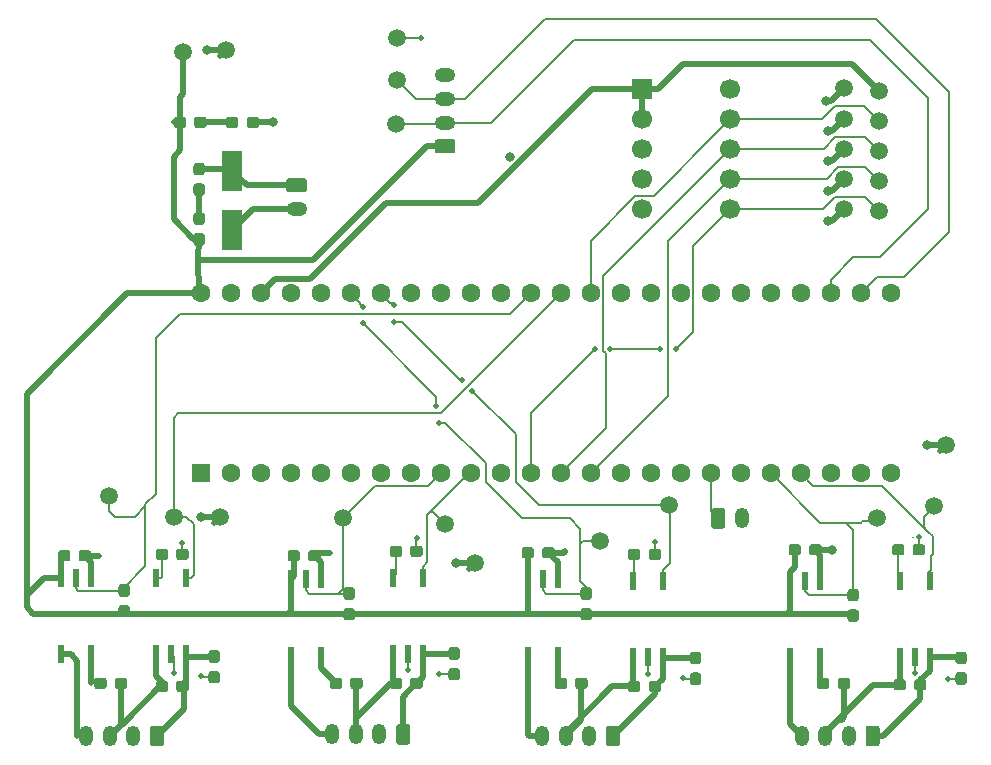
<source format=gbr>
G04 #@! TF.GenerationSoftware,KiCad,Pcbnew,5.1.5+dfsg1-2build2*
G04 #@! TF.CreationDate,2021-08-29T19:27:31-07:00*
G04 #@! TF.ProjectId,Telemetry Board,54656c65-6d65-4747-9279-20426f617264,rev?*
G04 #@! TF.SameCoordinates,Original*
G04 #@! TF.FileFunction,Copper,L1,Top*
G04 #@! TF.FilePolarity,Positive*
%FSLAX46Y46*%
G04 Gerber Fmt 4.6, Leading zero omitted, Abs format (unit mm)*
G04 Created by KiCad (PCBNEW 5.1.5+dfsg1-2build2) date 2021-08-29 19:27:31*
%MOMM*%
%LPD*%
G04 APERTURE LIST*
%ADD10C,1.500000*%
%ADD11C,1.600000*%
%ADD12R,1.600000X1.600000*%
%ADD13C,0.100000*%
%ADD14R,0.600000X1.530000*%
%ADD15C,1.700000*%
%ADD16R,1.700000X1.700000*%
%ADD17O,1.200000X1.750000*%
%ADD18R,1.800000X3.500000*%
%ADD19O,1.750000X1.200000*%
%ADD20C,0.500000*%
%ADD21C,0.800000*%
%ADD22C,0.152400*%
%ADD23C,0.508000*%
%ADD24C,0.250000*%
G04 APERTURE END LIST*
D10*
X209677000Y-105664000D03*
X169799000Y-115697000D03*
D11*
X187198000Y-108077000D03*
X189738000Y-108077000D03*
X192278000Y-108077000D03*
X194818000Y-108077000D03*
X184658000Y-108077000D03*
X182118000Y-108077000D03*
X179578000Y-108077000D03*
X197358000Y-108077000D03*
X199898000Y-108077000D03*
X202438000Y-108077000D03*
X204978000Y-108077000D03*
X204978000Y-92837000D03*
X202438000Y-92837000D03*
X199898000Y-92837000D03*
X197358000Y-92837000D03*
X194818000Y-92837000D03*
X192278000Y-92837000D03*
X189738000Y-92837000D03*
X187198000Y-92837000D03*
X184658000Y-92837000D03*
X182118000Y-92837000D03*
X177038000Y-108077000D03*
X174498000Y-108077000D03*
X171958000Y-108077000D03*
X169418000Y-108077000D03*
X166878000Y-108077000D03*
X164338000Y-108077000D03*
X161798000Y-108077000D03*
X159258000Y-108077000D03*
X156718000Y-108077000D03*
X154178000Y-108077000D03*
X151638000Y-108077000D03*
X149098000Y-108077000D03*
D12*
X146558000Y-108077000D03*
D11*
X179578000Y-92837000D03*
X177038000Y-92837000D03*
X174498000Y-92837000D03*
X171958000Y-92837000D03*
X169418000Y-92837000D03*
X166878000Y-92837000D03*
X164338000Y-92837000D03*
X161798000Y-92837000D03*
X159258000Y-92837000D03*
X156718000Y-92837000D03*
X154178000Y-92837000D03*
X151638000Y-92837000D03*
X149098000Y-92837000D03*
X146558000Y-92837000D03*
G04 #@! TA.AperFunction,SMDPad,CuDef*
D13*
G36*
X156506779Y-114588144D02*
G01*
X156529834Y-114591563D01*
X156552443Y-114597227D01*
X156574387Y-114605079D01*
X156595457Y-114615044D01*
X156615448Y-114627026D01*
X156634168Y-114640910D01*
X156651438Y-114656562D01*
X156667090Y-114673832D01*
X156680974Y-114692552D01*
X156692956Y-114712543D01*
X156702921Y-114733613D01*
X156710773Y-114755557D01*
X156716437Y-114778166D01*
X156719856Y-114801221D01*
X156721000Y-114824500D01*
X156721000Y-115299500D01*
X156719856Y-115322779D01*
X156716437Y-115345834D01*
X156710773Y-115368443D01*
X156702921Y-115390387D01*
X156692956Y-115411457D01*
X156680974Y-115431448D01*
X156667090Y-115450168D01*
X156651438Y-115467438D01*
X156634168Y-115483090D01*
X156615448Y-115496974D01*
X156595457Y-115508956D01*
X156574387Y-115518921D01*
X156552443Y-115526773D01*
X156529834Y-115532437D01*
X156506779Y-115535856D01*
X156483500Y-115537000D01*
X155908500Y-115537000D01*
X155885221Y-115535856D01*
X155862166Y-115532437D01*
X155839557Y-115526773D01*
X155817613Y-115518921D01*
X155796543Y-115508956D01*
X155776552Y-115496974D01*
X155757832Y-115483090D01*
X155740562Y-115467438D01*
X155724910Y-115450168D01*
X155711026Y-115431448D01*
X155699044Y-115411457D01*
X155689079Y-115390387D01*
X155681227Y-115368443D01*
X155675563Y-115345834D01*
X155672144Y-115322779D01*
X155671000Y-115299500D01*
X155671000Y-114824500D01*
X155672144Y-114801221D01*
X155675563Y-114778166D01*
X155681227Y-114755557D01*
X155689079Y-114733613D01*
X155699044Y-114712543D01*
X155711026Y-114692552D01*
X155724910Y-114673832D01*
X155740562Y-114656562D01*
X155757832Y-114640910D01*
X155776552Y-114627026D01*
X155796543Y-114615044D01*
X155817613Y-114605079D01*
X155839557Y-114597227D01*
X155862166Y-114591563D01*
X155885221Y-114588144D01*
X155908500Y-114587000D01*
X156483500Y-114587000D01*
X156506779Y-114588144D01*
G37*
G04 #@! TD.AperFunction*
G04 #@! TA.AperFunction,SMDPad,CuDef*
G36*
X154756779Y-114588144D02*
G01*
X154779834Y-114591563D01*
X154802443Y-114597227D01*
X154824387Y-114605079D01*
X154845457Y-114615044D01*
X154865448Y-114627026D01*
X154884168Y-114640910D01*
X154901438Y-114656562D01*
X154917090Y-114673832D01*
X154930974Y-114692552D01*
X154942956Y-114712543D01*
X154952921Y-114733613D01*
X154960773Y-114755557D01*
X154966437Y-114778166D01*
X154969856Y-114801221D01*
X154971000Y-114824500D01*
X154971000Y-115299500D01*
X154969856Y-115322779D01*
X154966437Y-115345834D01*
X154960773Y-115368443D01*
X154952921Y-115390387D01*
X154942956Y-115411457D01*
X154930974Y-115431448D01*
X154917090Y-115450168D01*
X154901438Y-115467438D01*
X154884168Y-115483090D01*
X154865448Y-115496974D01*
X154845457Y-115508956D01*
X154824387Y-115518921D01*
X154802443Y-115526773D01*
X154779834Y-115532437D01*
X154756779Y-115535856D01*
X154733500Y-115537000D01*
X154158500Y-115537000D01*
X154135221Y-115535856D01*
X154112166Y-115532437D01*
X154089557Y-115526773D01*
X154067613Y-115518921D01*
X154046543Y-115508956D01*
X154026552Y-115496974D01*
X154007832Y-115483090D01*
X153990562Y-115467438D01*
X153974910Y-115450168D01*
X153961026Y-115431448D01*
X153949044Y-115411457D01*
X153939079Y-115390387D01*
X153931227Y-115368443D01*
X153925563Y-115345834D01*
X153922144Y-115322779D01*
X153921000Y-115299500D01*
X153921000Y-114824500D01*
X153922144Y-114801221D01*
X153925563Y-114778166D01*
X153931227Y-114755557D01*
X153939079Y-114733613D01*
X153949044Y-114712543D01*
X153961026Y-114692552D01*
X153974910Y-114673832D01*
X153990562Y-114656562D01*
X154007832Y-114640910D01*
X154026552Y-114627026D01*
X154046543Y-114615044D01*
X154067613Y-114605079D01*
X154089557Y-114597227D01*
X154112166Y-114591563D01*
X154135221Y-114588144D01*
X154158500Y-114587000D01*
X154733500Y-114587000D01*
X154756779Y-114588144D01*
G37*
G04 #@! TD.AperFunction*
D10*
X148209000Y-111760000D03*
X163195000Y-71247000D03*
D14*
X184404000Y-123636000D03*
X183134000Y-123636000D03*
X185674000Y-123636000D03*
X183134000Y-117156000D03*
X185674000Y-117156000D03*
X144018000Y-123382000D03*
X142748000Y-123382000D03*
X145288000Y-123382000D03*
X142748000Y-116902000D03*
X145288000Y-116902000D03*
X207010000Y-123636000D03*
X205740000Y-123636000D03*
X208280000Y-123636000D03*
X205740000Y-117156000D03*
X208280000Y-117156000D03*
G04 #@! TA.AperFunction,SMDPad,CuDef*
D13*
G36*
X188728779Y-124938144D02*
G01*
X188751834Y-124941563D01*
X188774443Y-124947227D01*
X188796387Y-124955079D01*
X188817457Y-124965044D01*
X188837448Y-124977026D01*
X188856168Y-124990910D01*
X188873438Y-125006562D01*
X188889090Y-125023832D01*
X188902974Y-125042552D01*
X188914956Y-125062543D01*
X188924921Y-125083613D01*
X188932773Y-125105557D01*
X188938437Y-125128166D01*
X188941856Y-125151221D01*
X188943000Y-125174500D01*
X188943000Y-125749500D01*
X188941856Y-125772779D01*
X188938437Y-125795834D01*
X188932773Y-125818443D01*
X188924921Y-125840387D01*
X188914956Y-125861457D01*
X188902974Y-125881448D01*
X188889090Y-125900168D01*
X188873438Y-125917438D01*
X188856168Y-125933090D01*
X188837448Y-125946974D01*
X188817457Y-125958956D01*
X188796387Y-125968921D01*
X188774443Y-125976773D01*
X188751834Y-125982437D01*
X188728779Y-125985856D01*
X188705500Y-125987000D01*
X188230500Y-125987000D01*
X188207221Y-125985856D01*
X188184166Y-125982437D01*
X188161557Y-125976773D01*
X188139613Y-125968921D01*
X188118543Y-125958956D01*
X188098552Y-125946974D01*
X188079832Y-125933090D01*
X188062562Y-125917438D01*
X188046910Y-125900168D01*
X188033026Y-125881448D01*
X188021044Y-125861457D01*
X188011079Y-125840387D01*
X188003227Y-125818443D01*
X187997563Y-125795834D01*
X187994144Y-125772779D01*
X187993000Y-125749500D01*
X187993000Y-125174500D01*
X187994144Y-125151221D01*
X187997563Y-125128166D01*
X188003227Y-125105557D01*
X188011079Y-125083613D01*
X188021044Y-125062543D01*
X188033026Y-125042552D01*
X188046910Y-125023832D01*
X188062562Y-125006562D01*
X188079832Y-124990910D01*
X188098552Y-124977026D01*
X188118543Y-124965044D01*
X188139613Y-124955079D01*
X188161557Y-124947227D01*
X188184166Y-124941563D01*
X188207221Y-124938144D01*
X188230500Y-124937000D01*
X188705500Y-124937000D01*
X188728779Y-124938144D01*
G37*
G04 #@! TD.AperFunction*
G04 #@! TA.AperFunction,SMDPad,CuDef*
G36*
X188728779Y-123188144D02*
G01*
X188751834Y-123191563D01*
X188774443Y-123197227D01*
X188796387Y-123205079D01*
X188817457Y-123215044D01*
X188837448Y-123227026D01*
X188856168Y-123240910D01*
X188873438Y-123256562D01*
X188889090Y-123273832D01*
X188902974Y-123292552D01*
X188914956Y-123312543D01*
X188924921Y-123333613D01*
X188932773Y-123355557D01*
X188938437Y-123378166D01*
X188941856Y-123401221D01*
X188943000Y-123424500D01*
X188943000Y-123999500D01*
X188941856Y-124022779D01*
X188938437Y-124045834D01*
X188932773Y-124068443D01*
X188924921Y-124090387D01*
X188914956Y-124111457D01*
X188902974Y-124131448D01*
X188889090Y-124150168D01*
X188873438Y-124167438D01*
X188856168Y-124183090D01*
X188837448Y-124196974D01*
X188817457Y-124208956D01*
X188796387Y-124218921D01*
X188774443Y-124226773D01*
X188751834Y-124232437D01*
X188728779Y-124235856D01*
X188705500Y-124237000D01*
X188230500Y-124237000D01*
X188207221Y-124235856D01*
X188184166Y-124232437D01*
X188161557Y-124226773D01*
X188139613Y-124218921D01*
X188118543Y-124208956D01*
X188098552Y-124196974D01*
X188079832Y-124183090D01*
X188062562Y-124167438D01*
X188046910Y-124150168D01*
X188033026Y-124131448D01*
X188021044Y-124111457D01*
X188011079Y-124090387D01*
X188003227Y-124068443D01*
X187997563Y-124045834D01*
X187994144Y-124022779D01*
X187993000Y-123999500D01*
X187993000Y-123424500D01*
X187994144Y-123401221D01*
X187997563Y-123378166D01*
X188003227Y-123355557D01*
X188011079Y-123333613D01*
X188021044Y-123312543D01*
X188033026Y-123292552D01*
X188046910Y-123273832D01*
X188062562Y-123256562D01*
X188079832Y-123240910D01*
X188098552Y-123227026D01*
X188118543Y-123215044D01*
X188139613Y-123205079D01*
X188161557Y-123197227D01*
X188184166Y-123191563D01*
X188207221Y-123188144D01*
X188230500Y-123187000D01*
X188705500Y-123187000D01*
X188728779Y-123188144D01*
G37*
G04 #@! TD.AperFunction*
G04 #@! TA.AperFunction,SMDPad,CuDef*
G36*
X147961779Y-124811144D02*
G01*
X147984834Y-124814563D01*
X148007443Y-124820227D01*
X148029387Y-124828079D01*
X148050457Y-124838044D01*
X148070448Y-124850026D01*
X148089168Y-124863910D01*
X148106438Y-124879562D01*
X148122090Y-124896832D01*
X148135974Y-124915552D01*
X148147956Y-124935543D01*
X148157921Y-124956613D01*
X148165773Y-124978557D01*
X148171437Y-125001166D01*
X148174856Y-125024221D01*
X148176000Y-125047500D01*
X148176000Y-125622500D01*
X148174856Y-125645779D01*
X148171437Y-125668834D01*
X148165773Y-125691443D01*
X148157921Y-125713387D01*
X148147956Y-125734457D01*
X148135974Y-125754448D01*
X148122090Y-125773168D01*
X148106438Y-125790438D01*
X148089168Y-125806090D01*
X148070448Y-125819974D01*
X148050457Y-125831956D01*
X148029387Y-125841921D01*
X148007443Y-125849773D01*
X147984834Y-125855437D01*
X147961779Y-125858856D01*
X147938500Y-125860000D01*
X147463500Y-125860000D01*
X147440221Y-125858856D01*
X147417166Y-125855437D01*
X147394557Y-125849773D01*
X147372613Y-125841921D01*
X147351543Y-125831956D01*
X147331552Y-125819974D01*
X147312832Y-125806090D01*
X147295562Y-125790438D01*
X147279910Y-125773168D01*
X147266026Y-125754448D01*
X147254044Y-125734457D01*
X147244079Y-125713387D01*
X147236227Y-125691443D01*
X147230563Y-125668834D01*
X147227144Y-125645779D01*
X147226000Y-125622500D01*
X147226000Y-125047500D01*
X147227144Y-125024221D01*
X147230563Y-125001166D01*
X147236227Y-124978557D01*
X147244079Y-124956613D01*
X147254044Y-124935543D01*
X147266026Y-124915552D01*
X147279910Y-124896832D01*
X147295562Y-124879562D01*
X147312832Y-124863910D01*
X147331552Y-124850026D01*
X147351543Y-124838044D01*
X147372613Y-124828079D01*
X147394557Y-124820227D01*
X147417166Y-124814563D01*
X147440221Y-124811144D01*
X147463500Y-124810000D01*
X147938500Y-124810000D01*
X147961779Y-124811144D01*
G37*
G04 #@! TD.AperFunction*
G04 #@! TA.AperFunction,SMDPad,CuDef*
G36*
X147961779Y-123061144D02*
G01*
X147984834Y-123064563D01*
X148007443Y-123070227D01*
X148029387Y-123078079D01*
X148050457Y-123088044D01*
X148070448Y-123100026D01*
X148089168Y-123113910D01*
X148106438Y-123129562D01*
X148122090Y-123146832D01*
X148135974Y-123165552D01*
X148147956Y-123185543D01*
X148157921Y-123206613D01*
X148165773Y-123228557D01*
X148171437Y-123251166D01*
X148174856Y-123274221D01*
X148176000Y-123297500D01*
X148176000Y-123872500D01*
X148174856Y-123895779D01*
X148171437Y-123918834D01*
X148165773Y-123941443D01*
X148157921Y-123963387D01*
X148147956Y-123984457D01*
X148135974Y-124004448D01*
X148122090Y-124023168D01*
X148106438Y-124040438D01*
X148089168Y-124056090D01*
X148070448Y-124069974D01*
X148050457Y-124081956D01*
X148029387Y-124091921D01*
X148007443Y-124099773D01*
X147984834Y-124105437D01*
X147961779Y-124108856D01*
X147938500Y-124110000D01*
X147463500Y-124110000D01*
X147440221Y-124108856D01*
X147417166Y-124105437D01*
X147394557Y-124099773D01*
X147372613Y-124091921D01*
X147351543Y-124081956D01*
X147331552Y-124069974D01*
X147312832Y-124056090D01*
X147295562Y-124040438D01*
X147279910Y-124023168D01*
X147266026Y-124004448D01*
X147254044Y-123984457D01*
X147244079Y-123963387D01*
X147236227Y-123941443D01*
X147230563Y-123918834D01*
X147227144Y-123895779D01*
X147226000Y-123872500D01*
X147226000Y-123297500D01*
X147227144Y-123274221D01*
X147230563Y-123251166D01*
X147236227Y-123228557D01*
X147244079Y-123206613D01*
X147254044Y-123185543D01*
X147266026Y-123165552D01*
X147279910Y-123146832D01*
X147295562Y-123129562D01*
X147312832Y-123113910D01*
X147331552Y-123100026D01*
X147351543Y-123088044D01*
X147372613Y-123078079D01*
X147394557Y-123070227D01*
X147417166Y-123064563D01*
X147440221Y-123061144D01*
X147463500Y-123060000D01*
X147938500Y-123060000D01*
X147961779Y-123061144D01*
G37*
G04 #@! TD.AperFunction*
G04 #@! TA.AperFunction,SMDPad,CuDef*
G36*
X183585779Y-114461144D02*
G01*
X183608834Y-114464563D01*
X183631443Y-114470227D01*
X183653387Y-114478079D01*
X183674457Y-114488044D01*
X183694448Y-114500026D01*
X183713168Y-114513910D01*
X183730438Y-114529562D01*
X183746090Y-114546832D01*
X183759974Y-114565552D01*
X183771956Y-114585543D01*
X183781921Y-114606613D01*
X183789773Y-114628557D01*
X183795437Y-114651166D01*
X183798856Y-114674221D01*
X183800000Y-114697500D01*
X183800000Y-115172500D01*
X183798856Y-115195779D01*
X183795437Y-115218834D01*
X183789773Y-115241443D01*
X183781921Y-115263387D01*
X183771956Y-115284457D01*
X183759974Y-115304448D01*
X183746090Y-115323168D01*
X183730438Y-115340438D01*
X183713168Y-115356090D01*
X183694448Y-115369974D01*
X183674457Y-115381956D01*
X183653387Y-115391921D01*
X183631443Y-115399773D01*
X183608834Y-115405437D01*
X183585779Y-115408856D01*
X183562500Y-115410000D01*
X182987500Y-115410000D01*
X182964221Y-115408856D01*
X182941166Y-115405437D01*
X182918557Y-115399773D01*
X182896613Y-115391921D01*
X182875543Y-115381956D01*
X182855552Y-115369974D01*
X182836832Y-115356090D01*
X182819562Y-115340438D01*
X182803910Y-115323168D01*
X182790026Y-115304448D01*
X182778044Y-115284457D01*
X182768079Y-115263387D01*
X182760227Y-115241443D01*
X182754563Y-115218834D01*
X182751144Y-115195779D01*
X182750000Y-115172500D01*
X182750000Y-114697500D01*
X182751144Y-114674221D01*
X182754563Y-114651166D01*
X182760227Y-114628557D01*
X182768079Y-114606613D01*
X182778044Y-114585543D01*
X182790026Y-114565552D01*
X182803910Y-114546832D01*
X182819562Y-114529562D01*
X182836832Y-114513910D01*
X182855552Y-114500026D01*
X182875543Y-114488044D01*
X182896613Y-114478079D01*
X182918557Y-114470227D01*
X182941166Y-114464563D01*
X182964221Y-114461144D01*
X182987500Y-114460000D01*
X183562500Y-114460000D01*
X183585779Y-114461144D01*
G37*
G04 #@! TD.AperFunction*
G04 #@! TA.AperFunction,SMDPad,CuDef*
G36*
X185335779Y-114461144D02*
G01*
X185358834Y-114464563D01*
X185381443Y-114470227D01*
X185403387Y-114478079D01*
X185424457Y-114488044D01*
X185444448Y-114500026D01*
X185463168Y-114513910D01*
X185480438Y-114529562D01*
X185496090Y-114546832D01*
X185509974Y-114565552D01*
X185521956Y-114585543D01*
X185531921Y-114606613D01*
X185539773Y-114628557D01*
X185545437Y-114651166D01*
X185548856Y-114674221D01*
X185550000Y-114697500D01*
X185550000Y-115172500D01*
X185548856Y-115195779D01*
X185545437Y-115218834D01*
X185539773Y-115241443D01*
X185531921Y-115263387D01*
X185521956Y-115284457D01*
X185509974Y-115304448D01*
X185496090Y-115323168D01*
X185480438Y-115340438D01*
X185463168Y-115356090D01*
X185444448Y-115369974D01*
X185424457Y-115381956D01*
X185403387Y-115391921D01*
X185381443Y-115399773D01*
X185358834Y-115405437D01*
X185335779Y-115408856D01*
X185312500Y-115410000D01*
X184737500Y-115410000D01*
X184714221Y-115408856D01*
X184691166Y-115405437D01*
X184668557Y-115399773D01*
X184646613Y-115391921D01*
X184625543Y-115381956D01*
X184605552Y-115369974D01*
X184586832Y-115356090D01*
X184569562Y-115340438D01*
X184553910Y-115323168D01*
X184540026Y-115304448D01*
X184528044Y-115284457D01*
X184518079Y-115263387D01*
X184510227Y-115241443D01*
X184504563Y-115218834D01*
X184501144Y-115195779D01*
X184500000Y-115172500D01*
X184500000Y-114697500D01*
X184501144Y-114674221D01*
X184504563Y-114651166D01*
X184510227Y-114628557D01*
X184518079Y-114606613D01*
X184528044Y-114585543D01*
X184540026Y-114565552D01*
X184553910Y-114546832D01*
X184569562Y-114529562D01*
X184586832Y-114513910D01*
X184605552Y-114500026D01*
X184625543Y-114488044D01*
X184646613Y-114478079D01*
X184668557Y-114470227D01*
X184691166Y-114464563D01*
X184714221Y-114461144D01*
X184737500Y-114460000D01*
X185312500Y-114460000D01*
X185335779Y-114461144D01*
G37*
G04 #@! TD.AperFunction*
G04 #@! TA.AperFunction,SMDPad,CuDef*
G36*
X143580779Y-114461144D02*
G01*
X143603834Y-114464563D01*
X143626443Y-114470227D01*
X143648387Y-114478079D01*
X143669457Y-114488044D01*
X143689448Y-114500026D01*
X143708168Y-114513910D01*
X143725438Y-114529562D01*
X143741090Y-114546832D01*
X143754974Y-114565552D01*
X143766956Y-114585543D01*
X143776921Y-114606613D01*
X143784773Y-114628557D01*
X143790437Y-114651166D01*
X143793856Y-114674221D01*
X143795000Y-114697500D01*
X143795000Y-115172500D01*
X143793856Y-115195779D01*
X143790437Y-115218834D01*
X143784773Y-115241443D01*
X143776921Y-115263387D01*
X143766956Y-115284457D01*
X143754974Y-115304448D01*
X143741090Y-115323168D01*
X143725438Y-115340438D01*
X143708168Y-115356090D01*
X143689448Y-115369974D01*
X143669457Y-115381956D01*
X143648387Y-115391921D01*
X143626443Y-115399773D01*
X143603834Y-115405437D01*
X143580779Y-115408856D01*
X143557500Y-115410000D01*
X142982500Y-115410000D01*
X142959221Y-115408856D01*
X142936166Y-115405437D01*
X142913557Y-115399773D01*
X142891613Y-115391921D01*
X142870543Y-115381956D01*
X142850552Y-115369974D01*
X142831832Y-115356090D01*
X142814562Y-115340438D01*
X142798910Y-115323168D01*
X142785026Y-115304448D01*
X142773044Y-115284457D01*
X142763079Y-115263387D01*
X142755227Y-115241443D01*
X142749563Y-115218834D01*
X142746144Y-115195779D01*
X142745000Y-115172500D01*
X142745000Y-114697500D01*
X142746144Y-114674221D01*
X142749563Y-114651166D01*
X142755227Y-114628557D01*
X142763079Y-114606613D01*
X142773044Y-114585543D01*
X142785026Y-114565552D01*
X142798910Y-114546832D01*
X142814562Y-114529562D01*
X142831832Y-114513910D01*
X142850552Y-114500026D01*
X142870543Y-114488044D01*
X142891613Y-114478079D01*
X142913557Y-114470227D01*
X142936166Y-114464563D01*
X142959221Y-114461144D01*
X142982500Y-114460000D01*
X143557500Y-114460000D01*
X143580779Y-114461144D01*
G37*
G04 #@! TD.AperFunction*
G04 #@! TA.AperFunction,SMDPad,CuDef*
G36*
X145330779Y-114461144D02*
G01*
X145353834Y-114464563D01*
X145376443Y-114470227D01*
X145398387Y-114478079D01*
X145419457Y-114488044D01*
X145439448Y-114500026D01*
X145458168Y-114513910D01*
X145475438Y-114529562D01*
X145491090Y-114546832D01*
X145504974Y-114565552D01*
X145516956Y-114585543D01*
X145526921Y-114606613D01*
X145534773Y-114628557D01*
X145540437Y-114651166D01*
X145543856Y-114674221D01*
X145545000Y-114697500D01*
X145545000Y-115172500D01*
X145543856Y-115195779D01*
X145540437Y-115218834D01*
X145534773Y-115241443D01*
X145526921Y-115263387D01*
X145516956Y-115284457D01*
X145504974Y-115304448D01*
X145491090Y-115323168D01*
X145475438Y-115340438D01*
X145458168Y-115356090D01*
X145439448Y-115369974D01*
X145419457Y-115381956D01*
X145398387Y-115391921D01*
X145376443Y-115399773D01*
X145353834Y-115405437D01*
X145330779Y-115408856D01*
X145307500Y-115410000D01*
X144732500Y-115410000D01*
X144709221Y-115408856D01*
X144686166Y-115405437D01*
X144663557Y-115399773D01*
X144641613Y-115391921D01*
X144620543Y-115381956D01*
X144600552Y-115369974D01*
X144581832Y-115356090D01*
X144564562Y-115340438D01*
X144548910Y-115323168D01*
X144535026Y-115304448D01*
X144523044Y-115284457D01*
X144513079Y-115263387D01*
X144505227Y-115241443D01*
X144499563Y-115218834D01*
X144496144Y-115195779D01*
X144495000Y-115172500D01*
X144495000Y-114697500D01*
X144496144Y-114674221D01*
X144499563Y-114651166D01*
X144505227Y-114628557D01*
X144513079Y-114606613D01*
X144523044Y-114585543D01*
X144535026Y-114565552D01*
X144548910Y-114546832D01*
X144564562Y-114529562D01*
X144581832Y-114513910D01*
X144600552Y-114500026D01*
X144620543Y-114488044D01*
X144641613Y-114478079D01*
X144663557Y-114470227D01*
X144686166Y-114464563D01*
X144709221Y-114461144D01*
X144732500Y-114460000D01*
X145307500Y-114460000D01*
X145330779Y-114461144D01*
G37*
G04 #@! TD.AperFunction*
G04 #@! TA.AperFunction,SMDPad,CuDef*
G36*
X211207779Y-124924144D02*
G01*
X211230834Y-124927563D01*
X211253443Y-124933227D01*
X211275387Y-124941079D01*
X211296457Y-124951044D01*
X211316448Y-124963026D01*
X211335168Y-124976910D01*
X211352438Y-124992562D01*
X211368090Y-125009832D01*
X211381974Y-125028552D01*
X211393956Y-125048543D01*
X211403921Y-125069613D01*
X211411773Y-125091557D01*
X211417437Y-125114166D01*
X211420856Y-125137221D01*
X211422000Y-125160500D01*
X211422000Y-125735500D01*
X211420856Y-125758779D01*
X211417437Y-125781834D01*
X211411773Y-125804443D01*
X211403921Y-125826387D01*
X211393956Y-125847457D01*
X211381974Y-125867448D01*
X211368090Y-125886168D01*
X211352438Y-125903438D01*
X211335168Y-125919090D01*
X211316448Y-125932974D01*
X211296457Y-125944956D01*
X211275387Y-125954921D01*
X211253443Y-125962773D01*
X211230834Y-125968437D01*
X211207779Y-125971856D01*
X211184500Y-125973000D01*
X210709500Y-125973000D01*
X210686221Y-125971856D01*
X210663166Y-125968437D01*
X210640557Y-125962773D01*
X210618613Y-125954921D01*
X210597543Y-125944956D01*
X210577552Y-125932974D01*
X210558832Y-125919090D01*
X210541562Y-125903438D01*
X210525910Y-125886168D01*
X210512026Y-125867448D01*
X210500044Y-125847457D01*
X210490079Y-125826387D01*
X210482227Y-125804443D01*
X210476563Y-125781834D01*
X210473144Y-125758779D01*
X210472000Y-125735500D01*
X210472000Y-125160500D01*
X210473144Y-125137221D01*
X210476563Y-125114166D01*
X210482227Y-125091557D01*
X210490079Y-125069613D01*
X210500044Y-125048543D01*
X210512026Y-125028552D01*
X210525910Y-125009832D01*
X210541562Y-124992562D01*
X210558832Y-124976910D01*
X210577552Y-124963026D01*
X210597543Y-124951044D01*
X210618613Y-124941079D01*
X210640557Y-124933227D01*
X210663166Y-124927563D01*
X210686221Y-124924144D01*
X210709500Y-124923000D01*
X211184500Y-124923000D01*
X211207779Y-124924144D01*
G37*
G04 #@! TD.AperFunction*
G04 #@! TA.AperFunction,SMDPad,CuDef*
G36*
X211207779Y-123174144D02*
G01*
X211230834Y-123177563D01*
X211253443Y-123183227D01*
X211275387Y-123191079D01*
X211296457Y-123201044D01*
X211316448Y-123213026D01*
X211335168Y-123226910D01*
X211352438Y-123242562D01*
X211368090Y-123259832D01*
X211381974Y-123278552D01*
X211393956Y-123298543D01*
X211403921Y-123319613D01*
X211411773Y-123341557D01*
X211417437Y-123364166D01*
X211420856Y-123387221D01*
X211422000Y-123410500D01*
X211422000Y-123985500D01*
X211420856Y-124008779D01*
X211417437Y-124031834D01*
X211411773Y-124054443D01*
X211403921Y-124076387D01*
X211393956Y-124097457D01*
X211381974Y-124117448D01*
X211368090Y-124136168D01*
X211352438Y-124153438D01*
X211335168Y-124169090D01*
X211316448Y-124182974D01*
X211296457Y-124194956D01*
X211275387Y-124204921D01*
X211253443Y-124212773D01*
X211230834Y-124218437D01*
X211207779Y-124221856D01*
X211184500Y-124223000D01*
X210709500Y-124223000D01*
X210686221Y-124221856D01*
X210663166Y-124218437D01*
X210640557Y-124212773D01*
X210618613Y-124204921D01*
X210597543Y-124194956D01*
X210577552Y-124182974D01*
X210558832Y-124169090D01*
X210541562Y-124153438D01*
X210525910Y-124136168D01*
X210512026Y-124117448D01*
X210500044Y-124097457D01*
X210490079Y-124076387D01*
X210482227Y-124054443D01*
X210476563Y-124031834D01*
X210473144Y-124008779D01*
X210472000Y-123985500D01*
X210472000Y-123410500D01*
X210473144Y-123387221D01*
X210476563Y-123364166D01*
X210482227Y-123341557D01*
X210490079Y-123319613D01*
X210500044Y-123298543D01*
X210512026Y-123278552D01*
X210525910Y-123259832D01*
X210541562Y-123242562D01*
X210558832Y-123226910D01*
X210577552Y-123213026D01*
X210597543Y-123201044D01*
X210618613Y-123191079D01*
X210640557Y-123183227D01*
X210663166Y-123177563D01*
X210686221Y-123174144D01*
X210709500Y-123173000D01*
X211184500Y-123173000D01*
X211207779Y-123174144D01*
G37*
G04 #@! TD.AperFunction*
G04 #@! TA.AperFunction,SMDPad,CuDef*
G36*
X205937779Y-114080144D02*
G01*
X205960834Y-114083563D01*
X205983443Y-114089227D01*
X206005387Y-114097079D01*
X206026457Y-114107044D01*
X206046448Y-114119026D01*
X206065168Y-114132910D01*
X206082438Y-114148562D01*
X206098090Y-114165832D01*
X206111974Y-114184552D01*
X206123956Y-114204543D01*
X206133921Y-114225613D01*
X206141773Y-114247557D01*
X206147437Y-114270166D01*
X206150856Y-114293221D01*
X206152000Y-114316500D01*
X206152000Y-114791500D01*
X206150856Y-114814779D01*
X206147437Y-114837834D01*
X206141773Y-114860443D01*
X206133921Y-114882387D01*
X206123956Y-114903457D01*
X206111974Y-114923448D01*
X206098090Y-114942168D01*
X206082438Y-114959438D01*
X206065168Y-114975090D01*
X206046448Y-114988974D01*
X206026457Y-115000956D01*
X206005387Y-115010921D01*
X205983443Y-115018773D01*
X205960834Y-115024437D01*
X205937779Y-115027856D01*
X205914500Y-115029000D01*
X205339500Y-115029000D01*
X205316221Y-115027856D01*
X205293166Y-115024437D01*
X205270557Y-115018773D01*
X205248613Y-115010921D01*
X205227543Y-115000956D01*
X205207552Y-114988974D01*
X205188832Y-114975090D01*
X205171562Y-114959438D01*
X205155910Y-114942168D01*
X205142026Y-114923448D01*
X205130044Y-114903457D01*
X205120079Y-114882387D01*
X205112227Y-114860443D01*
X205106563Y-114837834D01*
X205103144Y-114814779D01*
X205102000Y-114791500D01*
X205102000Y-114316500D01*
X205103144Y-114293221D01*
X205106563Y-114270166D01*
X205112227Y-114247557D01*
X205120079Y-114225613D01*
X205130044Y-114204543D01*
X205142026Y-114184552D01*
X205155910Y-114165832D01*
X205171562Y-114148562D01*
X205188832Y-114132910D01*
X205207552Y-114119026D01*
X205227543Y-114107044D01*
X205248613Y-114097079D01*
X205270557Y-114089227D01*
X205293166Y-114083563D01*
X205316221Y-114080144D01*
X205339500Y-114079000D01*
X205914500Y-114079000D01*
X205937779Y-114080144D01*
G37*
G04 #@! TD.AperFunction*
G04 #@! TA.AperFunction,SMDPad,CuDef*
G36*
X207687779Y-114080144D02*
G01*
X207710834Y-114083563D01*
X207733443Y-114089227D01*
X207755387Y-114097079D01*
X207776457Y-114107044D01*
X207796448Y-114119026D01*
X207815168Y-114132910D01*
X207832438Y-114148562D01*
X207848090Y-114165832D01*
X207861974Y-114184552D01*
X207873956Y-114204543D01*
X207883921Y-114225613D01*
X207891773Y-114247557D01*
X207897437Y-114270166D01*
X207900856Y-114293221D01*
X207902000Y-114316500D01*
X207902000Y-114791500D01*
X207900856Y-114814779D01*
X207897437Y-114837834D01*
X207891773Y-114860443D01*
X207883921Y-114882387D01*
X207873956Y-114903457D01*
X207861974Y-114923448D01*
X207848090Y-114942168D01*
X207832438Y-114959438D01*
X207815168Y-114975090D01*
X207796448Y-114988974D01*
X207776457Y-115000956D01*
X207755387Y-115010921D01*
X207733443Y-115018773D01*
X207710834Y-115024437D01*
X207687779Y-115027856D01*
X207664500Y-115029000D01*
X207089500Y-115029000D01*
X207066221Y-115027856D01*
X207043166Y-115024437D01*
X207020557Y-115018773D01*
X206998613Y-115010921D01*
X206977543Y-115000956D01*
X206957552Y-114988974D01*
X206938832Y-114975090D01*
X206921562Y-114959438D01*
X206905910Y-114942168D01*
X206892026Y-114923448D01*
X206880044Y-114903457D01*
X206870079Y-114882387D01*
X206862227Y-114860443D01*
X206856563Y-114837834D01*
X206853144Y-114814779D01*
X206852000Y-114791500D01*
X206852000Y-114316500D01*
X206853144Y-114293221D01*
X206856563Y-114270166D01*
X206862227Y-114247557D01*
X206870079Y-114225613D01*
X206880044Y-114204543D01*
X206892026Y-114184552D01*
X206905910Y-114165832D01*
X206921562Y-114148562D01*
X206938832Y-114132910D01*
X206957552Y-114119026D01*
X206977543Y-114107044D01*
X206998613Y-114097079D01*
X207020557Y-114089227D01*
X207043166Y-114083563D01*
X207066221Y-114080144D01*
X207089500Y-114079000D01*
X207664500Y-114079000D01*
X207687779Y-114080144D01*
G37*
G04 #@! TD.AperFunction*
G04 #@! TA.AperFunction,SMDPad,CuDef*
G36*
X183585779Y-125637144D02*
G01*
X183608834Y-125640563D01*
X183631443Y-125646227D01*
X183653387Y-125654079D01*
X183674457Y-125664044D01*
X183694448Y-125676026D01*
X183713168Y-125689910D01*
X183730438Y-125705562D01*
X183746090Y-125722832D01*
X183759974Y-125741552D01*
X183771956Y-125761543D01*
X183781921Y-125782613D01*
X183789773Y-125804557D01*
X183795437Y-125827166D01*
X183798856Y-125850221D01*
X183800000Y-125873500D01*
X183800000Y-126348500D01*
X183798856Y-126371779D01*
X183795437Y-126394834D01*
X183789773Y-126417443D01*
X183781921Y-126439387D01*
X183771956Y-126460457D01*
X183759974Y-126480448D01*
X183746090Y-126499168D01*
X183730438Y-126516438D01*
X183713168Y-126532090D01*
X183694448Y-126545974D01*
X183674457Y-126557956D01*
X183653387Y-126567921D01*
X183631443Y-126575773D01*
X183608834Y-126581437D01*
X183585779Y-126584856D01*
X183562500Y-126586000D01*
X182987500Y-126586000D01*
X182964221Y-126584856D01*
X182941166Y-126581437D01*
X182918557Y-126575773D01*
X182896613Y-126567921D01*
X182875543Y-126557956D01*
X182855552Y-126545974D01*
X182836832Y-126532090D01*
X182819562Y-126516438D01*
X182803910Y-126499168D01*
X182790026Y-126480448D01*
X182778044Y-126460457D01*
X182768079Y-126439387D01*
X182760227Y-126417443D01*
X182754563Y-126394834D01*
X182751144Y-126371779D01*
X182750000Y-126348500D01*
X182750000Y-125873500D01*
X182751144Y-125850221D01*
X182754563Y-125827166D01*
X182760227Y-125804557D01*
X182768079Y-125782613D01*
X182778044Y-125761543D01*
X182790026Y-125741552D01*
X182803910Y-125722832D01*
X182819562Y-125705562D01*
X182836832Y-125689910D01*
X182855552Y-125676026D01*
X182875543Y-125664044D01*
X182896613Y-125654079D01*
X182918557Y-125646227D01*
X182941166Y-125640563D01*
X182964221Y-125637144D01*
X182987500Y-125636000D01*
X183562500Y-125636000D01*
X183585779Y-125637144D01*
G37*
G04 #@! TD.AperFunction*
G04 #@! TA.AperFunction,SMDPad,CuDef*
G36*
X185335779Y-125637144D02*
G01*
X185358834Y-125640563D01*
X185381443Y-125646227D01*
X185403387Y-125654079D01*
X185424457Y-125664044D01*
X185444448Y-125676026D01*
X185463168Y-125689910D01*
X185480438Y-125705562D01*
X185496090Y-125722832D01*
X185509974Y-125741552D01*
X185521956Y-125761543D01*
X185531921Y-125782613D01*
X185539773Y-125804557D01*
X185545437Y-125827166D01*
X185548856Y-125850221D01*
X185550000Y-125873500D01*
X185550000Y-126348500D01*
X185548856Y-126371779D01*
X185545437Y-126394834D01*
X185539773Y-126417443D01*
X185531921Y-126439387D01*
X185521956Y-126460457D01*
X185509974Y-126480448D01*
X185496090Y-126499168D01*
X185480438Y-126516438D01*
X185463168Y-126532090D01*
X185444448Y-126545974D01*
X185424457Y-126557956D01*
X185403387Y-126567921D01*
X185381443Y-126575773D01*
X185358834Y-126581437D01*
X185335779Y-126584856D01*
X185312500Y-126586000D01*
X184737500Y-126586000D01*
X184714221Y-126584856D01*
X184691166Y-126581437D01*
X184668557Y-126575773D01*
X184646613Y-126567921D01*
X184625543Y-126557956D01*
X184605552Y-126545974D01*
X184586832Y-126532090D01*
X184569562Y-126516438D01*
X184553910Y-126499168D01*
X184540026Y-126480448D01*
X184528044Y-126460457D01*
X184518079Y-126439387D01*
X184510227Y-126417443D01*
X184504563Y-126394834D01*
X184501144Y-126371779D01*
X184500000Y-126348500D01*
X184500000Y-125873500D01*
X184501144Y-125850221D01*
X184504563Y-125827166D01*
X184510227Y-125804557D01*
X184518079Y-125782613D01*
X184528044Y-125761543D01*
X184540026Y-125741552D01*
X184553910Y-125722832D01*
X184569562Y-125705562D01*
X184586832Y-125689910D01*
X184605552Y-125676026D01*
X184625543Y-125664044D01*
X184646613Y-125654079D01*
X184668557Y-125646227D01*
X184691166Y-125640563D01*
X184714221Y-125637144D01*
X184737500Y-125636000D01*
X185312500Y-125636000D01*
X185335779Y-125637144D01*
G37*
G04 #@! TD.AperFunction*
G04 #@! TA.AperFunction,SMDPad,CuDef*
G36*
X143580779Y-125637144D02*
G01*
X143603834Y-125640563D01*
X143626443Y-125646227D01*
X143648387Y-125654079D01*
X143669457Y-125664044D01*
X143689448Y-125676026D01*
X143708168Y-125689910D01*
X143725438Y-125705562D01*
X143741090Y-125722832D01*
X143754974Y-125741552D01*
X143766956Y-125761543D01*
X143776921Y-125782613D01*
X143784773Y-125804557D01*
X143790437Y-125827166D01*
X143793856Y-125850221D01*
X143795000Y-125873500D01*
X143795000Y-126348500D01*
X143793856Y-126371779D01*
X143790437Y-126394834D01*
X143784773Y-126417443D01*
X143776921Y-126439387D01*
X143766956Y-126460457D01*
X143754974Y-126480448D01*
X143741090Y-126499168D01*
X143725438Y-126516438D01*
X143708168Y-126532090D01*
X143689448Y-126545974D01*
X143669457Y-126557956D01*
X143648387Y-126567921D01*
X143626443Y-126575773D01*
X143603834Y-126581437D01*
X143580779Y-126584856D01*
X143557500Y-126586000D01*
X142982500Y-126586000D01*
X142959221Y-126584856D01*
X142936166Y-126581437D01*
X142913557Y-126575773D01*
X142891613Y-126567921D01*
X142870543Y-126557956D01*
X142850552Y-126545974D01*
X142831832Y-126532090D01*
X142814562Y-126516438D01*
X142798910Y-126499168D01*
X142785026Y-126480448D01*
X142773044Y-126460457D01*
X142763079Y-126439387D01*
X142755227Y-126417443D01*
X142749563Y-126394834D01*
X142746144Y-126371779D01*
X142745000Y-126348500D01*
X142745000Y-125873500D01*
X142746144Y-125850221D01*
X142749563Y-125827166D01*
X142755227Y-125804557D01*
X142763079Y-125782613D01*
X142773044Y-125761543D01*
X142785026Y-125741552D01*
X142798910Y-125722832D01*
X142814562Y-125705562D01*
X142831832Y-125689910D01*
X142850552Y-125676026D01*
X142870543Y-125664044D01*
X142891613Y-125654079D01*
X142913557Y-125646227D01*
X142936166Y-125640563D01*
X142959221Y-125637144D01*
X142982500Y-125636000D01*
X143557500Y-125636000D01*
X143580779Y-125637144D01*
G37*
G04 #@! TD.AperFunction*
G04 #@! TA.AperFunction,SMDPad,CuDef*
G36*
X145330779Y-125637144D02*
G01*
X145353834Y-125640563D01*
X145376443Y-125646227D01*
X145398387Y-125654079D01*
X145419457Y-125664044D01*
X145439448Y-125676026D01*
X145458168Y-125689910D01*
X145475438Y-125705562D01*
X145491090Y-125722832D01*
X145504974Y-125741552D01*
X145516956Y-125761543D01*
X145526921Y-125782613D01*
X145534773Y-125804557D01*
X145540437Y-125827166D01*
X145543856Y-125850221D01*
X145545000Y-125873500D01*
X145545000Y-126348500D01*
X145543856Y-126371779D01*
X145540437Y-126394834D01*
X145534773Y-126417443D01*
X145526921Y-126439387D01*
X145516956Y-126460457D01*
X145504974Y-126480448D01*
X145491090Y-126499168D01*
X145475438Y-126516438D01*
X145458168Y-126532090D01*
X145439448Y-126545974D01*
X145419457Y-126557956D01*
X145398387Y-126567921D01*
X145376443Y-126575773D01*
X145353834Y-126581437D01*
X145330779Y-126584856D01*
X145307500Y-126586000D01*
X144732500Y-126586000D01*
X144709221Y-126584856D01*
X144686166Y-126581437D01*
X144663557Y-126575773D01*
X144641613Y-126567921D01*
X144620543Y-126557956D01*
X144600552Y-126545974D01*
X144581832Y-126532090D01*
X144564562Y-126516438D01*
X144548910Y-126499168D01*
X144535026Y-126480448D01*
X144523044Y-126460457D01*
X144513079Y-126439387D01*
X144505227Y-126417443D01*
X144499563Y-126394834D01*
X144496144Y-126371779D01*
X144495000Y-126348500D01*
X144495000Y-125873500D01*
X144496144Y-125850221D01*
X144499563Y-125827166D01*
X144505227Y-125804557D01*
X144513079Y-125782613D01*
X144523044Y-125761543D01*
X144535026Y-125741552D01*
X144548910Y-125722832D01*
X144564562Y-125705562D01*
X144581832Y-125689910D01*
X144600552Y-125676026D01*
X144620543Y-125664044D01*
X144641613Y-125654079D01*
X144663557Y-125646227D01*
X144686166Y-125640563D01*
X144709221Y-125637144D01*
X144732500Y-125636000D01*
X145307500Y-125636000D01*
X145330779Y-125637144D01*
G37*
G04 #@! TD.AperFunction*
G04 #@! TA.AperFunction,SMDPad,CuDef*
G36*
X206050779Y-125510144D02*
G01*
X206073834Y-125513563D01*
X206096443Y-125519227D01*
X206118387Y-125527079D01*
X206139457Y-125537044D01*
X206159448Y-125549026D01*
X206178168Y-125562910D01*
X206195438Y-125578562D01*
X206211090Y-125595832D01*
X206224974Y-125614552D01*
X206236956Y-125634543D01*
X206246921Y-125655613D01*
X206254773Y-125677557D01*
X206260437Y-125700166D01*
X206263856Y-125723221D01*
X206265000Y-125746500D01*
X206265000Y-126221500D01*
X206263856Y-126244779D01*
X206260437Y-126267834D01*
X206254773Y-126290443D01*
X206246921Y-126312387D01*
X206236956Y-126333457D01*
X206224974Y-126353448D01*
X206211090Y-126372168D01*
X206195438Y-126389438D01*
X206178168Y-126405090D01*
X206159448Y-126418974D01*
X206139457Y-126430956D01*
X206118387Y-126440921D01*
X206096443Y-126448773D01*
X206073834Y-126454437D01*
X206050779Y-126457856D01*
X206027500Y-126459000D01*
X205452500Y-126459000D01*
X205429221Y-126457856D01*
X205406166Y-126454437D01*
X205383557Y-126448773D01*
X205361613Y-126440921D01*
X205340543Y-126430956D01*
X205320552Y-126418974D01*
X205301832Y-126405090D01*
X205284562Y-126389438D01*
X205268910Y-126372168D01*
X205255026Y-126353448D01*
X205243044Y-126333457D01*
X205233079Y-126312387D01*
X205225227Y-126290443D01*
X205219563Y-126267834D01*
X205216144Y-126244779D01*
X205215000Y-126221500D01*
X205215000Y-125746500D01*
X205216144Y-125723221D01*
X205219563Y-125700166D01*
X205225227Y-125677557D01*
X205233079Y-125655613D01*
X205243044Y-125634543D01*
X205255026Y-125614552D01*
X205268910Y-125595832D01*
X205284562Y-125578562D01*
X205301832Y-125562910D01*
X205320552Y-125549026D01*
X205340543Y-125537044D01*
X205361613Y-125527079D01*
X205383557Y-125519227D01*
X205406166Y-125513563D01*
X205429221Y-125510144D01*
X205452500Y-125509000D01*
X206027500Y-125509000D01*
X206050779Y-125510144D01*
G37*
G04 #@! TD.AperFunction*
G04 #@! TA.AperFunction,SMDPad,CuDef*
G36*
X207800779Y-125510144D02*
G01*
X207823834Y-125513563D01*
X207846443Y-125519227D01*
X207868387Y-125527079D01*
X207889457Y-125537044D01*
X207909448Y-125549026D01*
X207928168Y-125562910D01*
X207945438Y-125578562D01*
X207961090Y-125595832D01*
X207974974Y-125614552D01*
X207986956Y-125634543D01*
X207996921Y-125655613D01*
X208004773Y-125677557D01*
X208010437Y-125700166D01*
X208013856Y-125723221D01*
X208015000Y-125746500D01*
X208015000Y-126221500D01*
X208013856Y-126244779D01*
X208010437Y-126267834D01*
X208004773Y-126290443D01*
X207996921Y-126312387D01*
X207986956Y-126333457D01*
X207974974Y-126353448D01*
X207961090Y-126372168D01*
X207945438Y-126389438D01*
X207928168Y-126405090D01*
X207909448Y-126418974D01*
X207889457Y-126430956D01*
X207868387Y-126440921D01*
X207846443Y-126448773D01*
X207823834Y-126454437D01*
X207800779Y-126457856D01*
X207777500Y-126459000D01*
X207202500Y-126459000D01*
X207179221Y-126457856D01*
X207156166Y-126454437D01*
X207133557Y-126448773D01*
X207111613Y-126440921D01*
X207090543Y-126430956D01*
X207070552Y-126418974D01*
X207051832Y-126405090D01*
X207034562Y-126389438D01*
X207018910Y-126372168D01*
X207005026Y-126353448D01*
X206993044Y-126333457D01*
X206983079Y-126312387D01*
X206975227Y-126290443D01*
X206969563Y-126267834D01*
X206966144Y-126244779D01*
X206965000Y-126221500D01*
X206965000Y-125746500D01*
X206966144Y-125723221D01*
X206969563Y-125700166D01*
X206975227Y-125677557D01*
X206983079Y-125655613D01*
X206993044Y-125634543D01*
X207005026Y-125614552D01*
X207018910Y-125595832D01*
X207034562Y-125578562D01*
X207051832Y-125562910D01*
X207070552Y-125549026D01*
X207090543Y-125537044D01*
X207111613Y-125527079D01*
X207133557Y-125519227D01*
X207156166Y-125513563D01*
X207179221Y-125510144D01*
X207202500Y-125509000D01*
X207777500Y-125509000D01*
X207800779Y-125510144D01*
G37*
G04 #@! TD.AperFunction*
D15*
X191419000Y-75528000D03*
X191419000Y-78068000D03*
X191419000Y-80608000D03*
X191419000Y-83148000D03*
X191419000Y-85688000D03*
X183919000Y-85688000D03*
X183919000Y-83148000D03*
X183919000Y-80608000D03*
X183919000Y-78068000D03*
D16*
X183919000Y-75528000D03*
G04 #@! TA.AperFunction,SMDPad,CuDef*
D13*
G36*
X146691779Y-87741144D02*
G01*
X146714834Y-87744563D01*
X146737443Y-87750227D01*
X146759387Y-87758079D01*
X146780457Y-87768044D01*
X146800448Y-87780026D01*
X146819168Y-87793910D01*
X146836438Y-87809562D01*
X146852090Y-87826832D01*
X146865974Y-87845552D01*
X146877956Y-87865543D01*
X146887921Y-87886613D01*
X146895773Y-87908557D01*
X146901437Y-87931166D01*
X146904856Y-87954221D01*
X146906000Y-87977500D01*
X146906000Y-88552500D01*
X146904856Y-88575779D01*
X146901437Y-88598834D01*
X146895773Y-88621443D01*
X146887921Y-88643387D01*
X146877956Y-88664457D01*
X146865974Y-88684448D01*
X146852090Y-88703168D01*
X146836438Y-88720438D01*
X146819168Y-88736090D01*
X146800448Y-88749974D01*
X146780457Y-88761956D01*
X146759387Y-88771921D01*
X146737443Y-88779773D01*
X146714834Y-88785437D01*
X146691779Y-88788856D01*
X146668500Y-88790000D01*
X146193500Y-88790000D01*
X146170221Y-88788856D01*
X146147166Y-88785437D01*
X146124557Y-88779773D01*
X146102613Y-88771921D01*
X146081543Y-88761956D01*
X146061552Y-88749974D01*
X146042832Y-88736090D01*
X146025562Y-88720438D01*
X146009910Y-88703168D01*
X145996026Y-88684448D01*
X145984044Y-88664457D01*
X145974079Y-88643387D01*
X145966227Y-88621443D01*
X145960563Y-88598834D01*
X145957144Y-88575779D01*
X145956000Y-88552500D01*
X145956000Y-87977500D01*
X145957144Y-87954221D01*
X145960563Y-87931166D01*
X145966227Y-87908557D01*
X145974079Y-87886613D01*
X145984044Y-87865543D01*
X145996026Y-87845552D01*
X146009910Y-87826832D01*
X146025562Y-87809562D01*
X146042832Y-87793910D01*
X146061552Y-87780026D01*
X146081543Y-87768044D01*
X146102613Y-87758079D01*
X146124557Y-87750227D01*
X146147166Y-87744563D01*
X146170221Y-87741144D01*
X146193500Y-87740000D01*
X146668500Y-87740000D01*
X146691779Y-87741144D01*
G37*
G04 #@! TD.AperFunction*
G04 #@! TA.AperFunction,SMDPad,CuDef*
G36*
X146691779Y-85991144D02*
G01*
X146714834Y-85994563D01*
X146737443Y-86000227D01*
X146759387Y-86008079D01*
X146780457Y-86018044D01*
X146800448Y-86030026D01*
X146819168Y-86043910D01*
X146836438Y-86059562D01*
X146852090Y-86076832D01*
X146865974Y-86095552D01*
X146877956Y-86115543D01*
X146887921Y-86136613D01*
X146895773Y-86158557D01*
X146901437Y-86181166D01*
X146904856Y-86204221D01*
X146906000Y-86227500D01*
X146906000Y-86802500D01*
X146904856Y-86825779D01*
X146901437Y-86848834D01*
X146895773Y-86871443D01*
X146887921Y-86893387D01*
X146877956Y-86914457D01*
X146865974Y-86934448D01*
X146852090Y-86953168D01*
X146836438Y-86970438D01*
X146819168Y-86986090D01*
X146800448Y-86999974D01*
X146780457Y-87011956D01*
X146759387Y-87021921D01*
X146737443Y-87029773D01*
X146714834Y-87035437D01*
X146691779Y-87038856D01*
X146668500Y-87040000D01*
X146193500Y-87040000D01*
X146170221Y-87038856D01*
X146147166Y-87035437D01*
X146124557Y-87029773D01*
X146102613Y-87021921D01*
X146081543Y-87011956D01*
X146061552Y-86999974D01*
X146042832Y-86986090D01*
X146025562Y-86970438D01*
X146009910Y-86953168D01*
X145996026Y-86934448D01*
X145984044Y-86914457D01*
X145974079Y-86893387D01*
X145966227Y-86871443D01*
X145960563Y-86848834D01*
X145957144Y-86825779D01*
X145956000Y-86802500D01*
X145956000Y-86227500D01*
X145957144Y-86204221D01*
X145960563Y-86181166D01*
X145966227Y-86158557D01*
X145974079Y-86136613D01*
X145984044Y-86115543D01*
X145996026Y-86095552D01*
X146009910Y-86076832D01*
X146025562Y-86059562D01*
X146042832Y-86043910D01*
X146061552Y-86030026D01*
X146081543Y-86018044D01*
X146102613Y-86008079D01*
X146124557Y-86000227D01*
X146147166Y-85994563D01*
X146170221Y-85991144D01*
X146193500Y-85990000D01*
X146668500Y-85990000D01*
X146691779Y-85991144D01*
G37*
G04 #@! TD.AperFunction*
D17*
X175483000Y-130302000D03*
X177483000Y-130302000D03*
X179483000Y-130302000D03*
G04 #@! TA.AperFunction,ComponentPad*
D13*
G36*
X181857505Y-129428204D02*
G01*
X181881773Y-129431804D01*
X181905572Y-129437765D01*
X181928671Y-129446030D01*
X181950850Y-129456520D01*
X181971893Y-129469132D01*
X181991599Y-129483747D01*
X182009777Y-129500223D01*
X182026253Y-129518401D01*
X182040868Y-129538107D01*
X182053480Y-129559150D01*
X182063970Y-129581329D01*
X182072235Y-129604428D01*
X182078196Y-129628227D01*
X182081796Y-129652495D01*
X182083000Y-129676999D01*
X182083000Y-130927001D01*
X182081796Y-130951505D01*
X182078196Y-130975773D01*
X182072235Y-130999572D01*
X182063970Y-131022671D01*
X182053480Y-131044850D01*
X182040868Y-131065893D01*
X182026253Y-131085599D01*
X182009777Y-131103777D01*
X181991599Y-131120253D01*
X181971893Y-131134868D01*
X181950850Y-131147480D01*
X181928671Y-131157970D01*
X181905572Y-131166235D01*
X181881773Y-131172196D01*
X181857505Y-131175796D01*
X181833001Y-131177000D01*
X181132999Y-131177000D01*
X181108495Y-131175796D01*
X181084227Y-131172196D01*
X181060428Y-131166235D01*
X181037329Y-131157970D01*
X181015150Y-131147480D01*
X180994107Y-131134868D01*
X180974401Y-131120253D01*
X180956223Y-131103777D01*
X180939747Y-131085599D01*
X180925132Y-131065893D01*
X180912520Y-131044850D01*
X180902030Y-131022671D01*
X180893765Y-130999572D01*
X180887804Y-130975773D01*
X180884204Y-130951505D01*
X180883000Y-130927001D01*
X180883000Y-129676999D01*
X180884204Y-129652495D01*
X180887804Y-129628227D01*
X180893765Y-129604428D01*
X180902030Y-129581329D01*
X180912520Y-129559150D01*
X180925132Y-129538107D01*
X180939747Y-129518401D01*
X180956223Y-129500223D01*
X180974401Y-129483747D01*
X180994107Y-129469132D01*
X181015150Y-129456520D01*
X181037329Y-129446030D01*
X181060428Y-129437765D01*
X181084227Y-129431804D01*
X181108495Y-129428204D01*
X181132999Y-129427000D01*
X181833001Y-129427000D01*
X181857505Y-129428204D01*
G37*
G04 #@! TD.AperFunction*
D17*
X136875000Y-130302000D03*
X138875000Y-130302000D03*
X140875000Y-130302000D03*
G04 #@! TA.AperFunction,ComponentPad*
D13*
G36*
X143249505Y-129428204D02*
G01*
X143273773Y-129431804D01*
X143297572Y-129437765D01*
X143320671Y-129446030D01*
X143342850Y-129456520D01*
X143363893Y-129469132D01*
X143383599Y-129483747D01*
X143401777Y-129500223D01*
X143418253Y-129518401D01*
X143432868Y-129538107D01*
X143445480Y-129559150D01*
X143455970Y-129581329D01*
X143464235Y-129604428D01*
X143470196Y-129628227D01*
X143473796Y-129652495D01*
X143475000Y-129676999D01*
X143475000Y-130927001D01*
X143473796Y-130951505D01*
X143470196Y-130975773D01*
X143464235Y-130999572D01*
X143455970Y-131022671D01*
X143445480Y-131044850D01*
X143432868Y-131065893D01*
X143418253Y-131085599D01*
X143401777Y-131103777D01*
X143383599Y-131120253D01*
X143363893Y-131134868D01*
X143342850Y-131147480D01*
X143320671Y-131157970D01*
X143297572Y-131166235D01*
X143273773Y-131172196D01*
X143249505Y-131175796D01*
X143225001Y-131177000D01*
X142524999Y-131177000D01*
X142500495Y-131175796D01*
X142476227Y-131172196D01*
X142452428Y-131166235D01*
X142429329Y-131157970D01*
X142407150Y-131147480D01*
X142386107Y-131134868D01*
X142366401Y-131120253D01*
X142348223Y-131103777D01*
X142331747Y-131085599D01*
X142317132Y-131065893D01*
X142304520Y-131044850D01*
X142294030Y-131022671D01*
X142285765Y-130999572D01*
X142279804Y-130975773D01*
X142276204Y-130951505D01*
X142275000Y-130927001D01*
X142275000Y-129676999D01*
X142276204Y-129652495D01*
X142279804Y-129628227D01*
X142285765Y-129604428D01*
X142294030Y-129581329D01*
X142304520Y-129559150D01*
X142317132Y-129538107D01*
X142331747Y-129518401D01*
X142348223Y-129500223D01*
X142366401Y-129483747D01*
X142386107Y-129469132D01*
X142407150Y-129456520D01*
X142429329Y-129446030D01*
X142452428Y-129437765D01*
X142476227Y-129431804D01*
X142500495Y-129428204D01*
X142524999Y-129427000D01*
X143225001Y-129427000D01*
X143249505Y-129428204D01*
G37*
G04 #@! TD.AperFunction*
D17*
X197454000Y-130302000D03*
X199454000Y-130302000D03*
X201454000Y-130302000D03*
G04 #@! TA.AperFunction,ComponentPad*
D13*
G36*
X203828505Y-129428204D02*
G01*
X203852773Y-129431804D01*
X203876572Y-129437765D01*
X203899671Y-129446030D01*
X203921850Y-129456520D01*
X203942893Y-129469132D01*
X203962599Y-129483747D01*
X203980777Y-129500223D01*
X203997253Y-129518401D01*
X204011868Y-129538107D01*
X204024480Y-129559150D01*
X204034970Y-129581329D01*
X204043235Y-129604428D01*
X204049196Y-129628227D01*
X204052796Y-129652495D01*
X204054000Y-129676999D01*
X204054000Y-130927001D01*
X204052796Y-130951505D01*
X204049196Y-130975773D01*
X204043235Y-130999572D01*
X204034970Y-131022671D01*
X204024480Y-131044850D01*
X204011868Y-131065893D01*
X203997253Y-131085599D01*
X203980777Y-131103777D01*
X203962599Y-131120253D01*
X203942893Y-131134868D01*
X203921850Y-131147480D01*
X203899671Y-131157970D01*
X203876572Y-131166235D01*
X203852773Y-131172196D01*
X203828505Y-131175796D01*
X203804001Y-131177000D01*
X203103999Y-131177000D01*
X203079495Y-131175796D01*
X203055227Y-131172196D01*
X203031428Y-131166235D01*
X203008329Y-131157970D01*
X202986150Y-131147480D01*
X202965107Y-131134868D01*
X202945401Y-131120253D01*
X202927223Y-131103777D01*
X202910747Y-131085599D01*
X202896132Y-131065893D01*
X202883520Y-131044850D01*
X202873030Y-131022671D01*
X202864765Y-130999572D01*
X202858804Y-130975773D01*
X202855204Y-130951505D01*
X202854000Y-130927001D01*
X202854000Y-129676999D01*
X202855204Y-129652495D01*
X202858804Y-129628227D01*
X202864765Y-129604428D01*
X202873030Y-129581329D01*
X202883520Y-129559150D01*
X202896132Y-129538107D01*
X202910747Y-129518401D01*
X202927223Y-129500223D01*
X202945401Y-129483747D01*
X202965107Y-129469132D01*
X202986150Y-129456520D01*
X203008329Y-129446030D01*
X203031428Y-129437765D01*
X203055227Y-129431804D01*
X203079495Y-129428204D01*
X203103999Y-129427000D01*
X203804001Y-129427000D01*
X203828505Y-129428204D01*
G37*
G04 #@! TD.AperFunction*
D17*
X157703000Y-130175000D03*
X159703000Y-130175000D03*
X161703000Y-130175000D03*
G04 #@! TA.AperFunction,ComponentPad*
D13*
G36*
X164077505Y-129301204D02*
G01*
X164101773Y-129304804D01*
X164125572Y-129310765D01*
X164148671Y-129319030D01*
X164170850Y-129329520D01*
X164191893Y-129342132D01*
X164211599Y-129356747D01*
X164229777Y-129373223D01*
X164246253Y-129391401D01*
X164260868Y-129411107D01*
X164273480Y-129432150D01*
X164283970Y-129454329D01*
X164292235Y-129477428D01*
X164298196Y-129501227D01*
X164301796Y-129525495D01*
X164303000Y-129549999D01*
X164303000Y-130800001D01*
X164301796Y-130824505D01*
X164298196Y-130848773D01*
X164292235Y-130872572D01*
X164283970Y-130895671D01*
X164273480Y-130917850D01*
X164260868Y-130938893D01*
X164246253Y-130958599D01*
X164229777Y-130976777D01*
X164211599Y-130993253D01*
X164191893Y-131007868D01*
X164170850Y-131020480D01*
X164148671Y-131030970D01*
X164125572Y-131039235D01*
X164101773Y-131045196D01*
X164077505Y-131048796D01*
X164053001Y-131050000D01*
X163352999Y-131050000D01*
X163328495Y-131048796D01*
X163304227Y-131045196D01*
X163280428Y-131039235D01*
X163257329Y-131030970D01*
X163235150Y-131020480D01*
X163214107Y-131007868D01*
X163194401Y-130993253D01*
X163176223Y-130976777D01*
X163159747Y-130958599D01*
X163145132Y-130938893D01*
X163132520Y-130917850D01*
X163122030Y-130895671D01*
X163113765Y-130872572D01*
X163107804Y-130848773D01*
X163104204Y-130824505D01*
X163103000Y-130800001D01*
X163103000Y-129549999D01*
X163104204Y-129525495D01*
X163107804Y-129501227D01*
X163113765Y-129477428D01*
X163122030Y-129454329D01*
X163132520Y-129432150D01*
X163145132Y-129411107D01*
X163159747Y-129391401D01*
X163176223Y-129373223D01*
X163194401Y-129356747D01*
X163214107Y-129342132D01*
X163235150Y-129329520D01*
X163257329Y-129319030D01*
X163280428Y-129310765D01*
X163304227Y-129304804D01*
X163328495Y-129301204D01*
X163352999Y-129300000D01*
X164053001Y-129300000D01*
X164077505Y-129301204D01*
G37*
G04 #@! TD.AperFunction*
D18*
X149225000Y-87463000D03*
X149225000Y-82463000D03*
G04 #@! TA.AperFunction,SMDPad,CuDef*
D13*
G36*
X146691779Y-81786144D02*
G01*
X146714834Y-81789563D01*
X146737443Y-81795227D01*
X146759387Y-81803079D01*
X146780457Y-81813044D01*
X146800448Y-81825026D01*
X146819168Y-81838910D01*
X146836438Y-81854562D01*
X146852090Y-81871832D01*
X146865974Y-81890552D01*
X146877956Y-81910543D01*
X146887921Y-81931613D01*
X146895773Y-81953557D01*
X146901437Y-81976166D01*
X146904856Y-81999221D01*
X146906000Y-82022500D01*
X146906000Y-82597500D01*
X146904856Y-82620779D01*
X146901437Y-82643834D01*
X146895773Y-82666443D01*
X146887921Y-82688387D01*
X146877956Y-82709457D01*
X146865974Y-82729448D01*
X146852090Y-82748168D01*
X146836438Y-82765438D01*
X146819168Y-82781090D01*
X146800448Y-82794974D01*
X146780457Y-82806956D01*
X146759387Y-82816921D01*
X146737443Y-82824773D01*
X146714834Y-82830437D01*
X146691779Y-82833856D01*
X146668500Y-82835000D01*
X146193500Y-82835000D01*
X146170221Y-82833856D01*
X146147166Y-82830437D01*
X146124557Y-82824773D01*
X146102613Y-82816921D01*
X146081543Y-82806956D01*
X146061552Y-82794974D01*
X146042832Y-82781090D01*
X146025562Y-82765438D01*
X146009910Y-82748168D01*
X145996026Y-82729448D01*
X145984044Y-82709457D01*
X145974079Y-82688387D01*
X145966227Y-82666443D01*
X145960563Y-82643834D01*
X145957144Y-82620779D01*
X145956000Y-82597500D01*
X145956000Y-82022500D01*
X145957144Y-81999221D01*
X145960563Y-81976166D01*
X145966227Y-81953557D01*
X145974079Y-81931613D01*
X145984044Y-81910543D01*
X145996026Y-81890552D01*
X146009910Y-81871832D01*
X146025562Y-81854562D01*
X146042832Y-81838910D01*
X146061552Y-81825026D01*
X146081543Y-81813044D01*
X146102613Y-81803079D01*
X146124557Y-81795227D01*
X146147166Y-81789563D01*
X146170221Y-81786144D01*
X146193500Y-81785000D01*
X146668500Y-81785000D01*
X146691779Y-81786144D01*
G37*
G04 #@! TD.AperFunction*
G04 #@! TA.AperFunction,SMDPad,CuDef*
G36*
X146691779Y-83536144D02*
G01*
X146714834Y-83539563D01*
X146737443Y-83545227D01*
X146759387Y-83553079D01*
X146780457Y-83563044D01*
X146800448Y-83575026D01*
X146819168Y-83588910D01*
X146836438Y-83604562D01*
X146852090Y-83621832D01*
X146865974Y-83640552D01*
X146877956Y-83660543D01*
X146887921Y-83681613D01*
X146895773Y-83703557D01*
X146901437Y-83726166D01*
X146904856Y-83749221D01*
X146906000Y-83772500D01*
X146906000Y-84347500D01*
X146904856Y-84370779D01*
X146901437Y-84393834D01*
X146895773Y-84416443D01*
X146887921Y-84438387D01*
X146877956Y-84459457D01*
X146865974Y-84479448D01*
X146852090Y-84498168D01*
X146836438Y-84515438D01*
X146819168Y-84531090D01*
X146800448Y-84544974D01*
X146780457Y-84556956D01*
X146759387Y-84566921D01*
X146737443Y-84574773D01*
X146714834Y-84580437D01*
X146691779Y-84583856D01*
X146668500Y-84585000D01*
X146193500Y-84585000D01*
X146170221Y-84583856D01*
X146147166Y-84580437D01*
X146124557Y-84574773D01*
X146102613Y-84566921D01*
X146081543Y-84556956D01*
X146061552Y-84544974D01*
X146042832Y-84531090D01*
X146025562Y-84515438D01*
X146009910Y-84498168D01*
X145996026Y-84479448D01*
X145984044Y-84459457D01*
X145974079Y-84438387D01*
X145966227Y-84416443D01*
X145960563Y-84393834D01*
X145957144Y-84370779D01*
X145956000Y-84347500D01*
X145956000Y-83772500D01*
X145957144Y-83749221D01*
X145960563Y-83726166D01*
X145966227Y-83703557D01*
X145974079Y-83681613D01*
X145984044Y-83660543D01*
X145996026Y-83640552D01*
X146009910Y-83621832D01*
X146025562Y-83604562D01*
X146042832Y-83588910D01*
X146061552Y-83575026D01*
X146081543Y-83563044D01*
X146102613Y-83553079D01*
X146124557Y-83545227D01*
X146147166Y-83539563D01*
X146170221Y-83536144D01*
X146193500Y-83535000D01*
X146668500Y-83535000D01*
X146691779Y-83536144D01*
G37*
G04 #@! TD.AperFunction*
D10*
X148717000Y-72263000D03*
X201041000Y-75438000D03*
X201041000Y-78105000D03*
X201041000Y-80645000D03*
X201041000Y-83185000D03*
X201041000Y-85725000D03*
X145034000Y-72390000D03*
X203962000Y-78232000D03*
X203962000Y-75692000D03*
X163195000Y-74803000D03*
X163068000Y-78486000D03*
X203962000Y-83312000D03*
X203962000Y-80772000D03*
X203962000Y-85852000D03*
G04 #@! TA.AperFunction,SMDPad,CuDef*
D13*
G36*
X151299779Y-77885144D02*
G01*
X151322834Y-77888563D01*
X151345443Y-77894227D01*
X151367387Y-77902079D01*
X151388457Y-77912044D01*
X151408448Y-77924026D01*
X151427168Y-77937910D01*
X151444438Y-77953562D01*
X151460090Y-77970832D01*
X151473974Y-77989552D01*
X151485956Y-78009543D01*
X151495921Y-78030613D01*
X151503773Y-78052557D01*
X151509437Y-78075166D01*
X151512856Y-78098221D01*
X151514000Y-78121500D01*
X151514000Y-78596500D01*
X151512856Y-78619779D01*
X151509437Y-78642834D01*
X151503773Y-78665443D01*
X151495921Y-78687387D01*
X151485956Y-78708457D01*
X151473974Y-78728448D01*
X151460090Y-78747168D01*
X151444438Y-78764438D01*
X151427168Y-78780090D01*
X151408448Y-78793974D01*
X151388457Y-78805956D01*
X151367387Y-78815921D01*
X151345443Y-78823773D01*
X151322834Y-78829437D01*
X151299779Y-78832856D01*
X151276500Y-78834000D01*
X150701500Y-78834000D01*
X150678221Y-78832856D01*
X150655166Y-78829437D01*
X150632557Y-78823773D01*
X150610613Y-78815921D01*
X150589543Y-78805956D01*
X150569552Y-78793974D01*
X150550832Y-78780090D01*
X150533562Y-78764438D01*
X150517910Y-78747168D01*
X150504026Y-78728448D01*
X150492044Y-78708457D01*
X150482079Y-78687387D01*
X150474227Y-78665443D01*
X150468563Y-78642834D01*
X150465144Y-78619779D01*
X150464000Y-78596500D01*
X150464000Y-78121500D01*
X150465144Y-78098221D01*
X150468563Y-78075166D01*
X150474227Y-78052557D01*
X150482079Y-78030613D01*
X150492044Y-78009543D01*
X150504026Y-77989552D01*
X150517910Y-77970832D01*
X150533562Y-77953562D01*
X150550832Y-77937910D01*
X150569552Y-77924026D01*
X150589543Y-77912044D01*
X150610613Y-77902079D01*
X150632557Y-77894227D01*
X150655166Y-77888563D01*
X150678221Y-77885144D01*
X150701500Y-77884000D01*
X151276500Y-77884000D01*
X151299779Y-77885144D01*
G37*
G04 #@! TD.AperFunction*
G04 #@! TA.AperFunction,SMDPad,CuDef*
G36*
X149549779Y-77885144D02*
G01*
X149572834Y-77888563D01*
X149595443Y-77894227D01*
X149617387Y-77902079D01*
X149638457Y-77912044D01*
X149658448Y-77924026D01*
X149677168Y-77937910D01*
X149694438Y-77953562D01*
X149710090Y-77970832D01*
X149723974Y-77989552D01*
X149735956Y-78009543D01*
X149745921Y-78030613D01*
X149753773Y-78052557D01*
X149759437Y-78075166D01*
X149762856Y-78098221D01*
X149764000Y-78121500D01*
X149764000Y-78596500D01*
X149762856Y-78619779D01*
X149759437Y-78642834D01*
X149753773Y-78665443D01*
X149745921Y-78687387D01*
X149735956Y-78708457D01*
X149723974Y-78728448D01*
X149710090Y-78747168D01*
X149694438Y-78764438D01*
X149677168Y-78780090D01*
X149658448Y-78793974D01*
X149638457Y-78805956D01*
X149617387Y-78815921D01*
X149595443Y-78823773D01*
X149572834Y-78829437D01*
X149549779Y-78832856D01*
X149526500Y-78834000D01*
X148951500Y-78834000D01*
X148928221Y-78832856D01*
X148905166Y-78829437D01*
X148882557Y-78823773D01*
X148860613Y-78815921D01*
X148839543Y-78805956D01*
X148819552Y-78793974D01*
X148800832Y-78780090D01*
X148783562Y-78764438D01*
X148767910Y-78747168D01*
X148754026Y-78728448D01*
X148742044Y-78708457D01*
X148732079Y-78687387D01*
X148724227Y-78665443D01*
X148718563Y-78642834D01*
X148715144Y-78619779D01*
X148714000Y-78596500D01*
X148714000Y-78121500D01*
X148715144Y-78098221D01*
X148718563Y-78075166D01*
X148724227Y-78052557D01*
X148732079Y-78030613D01*
X148742044Y-78009543D01*
X148754026Y-77989552D01*
X148767910Y-77970832D01*
X148783562Y-77953562D01*
X148800832Y-77937910D01*
X148819552Y-77924026D01*
X148839543Y-77912044D01*
X148860613Y-77902079D01*
X148882557Y-77894227D01*
X148905166Y-77888563D01*
X148928221Y-77885144D01*
X148951500Y-77884000D01*
X149526500Y-77884000D01*
X149549779Y-77885144D01*
G37*
G04 #@! TD.AperFunction*
G04 #@! TA.AperFunction,SMDPad,CuDef*
G36*
X145104779Y-77885144D02*
G01*
X145127834Y-77888563D01*
X145150443Y-77894227D01*
X145172387Y-77902079D01*
X145193457Y-77912044D01*
X145213448Y-77924026D01*
X145232168Y-77937910D01*
X145249438Y-77953562D01*
X145265090Y-77970832D01*
X145278974Y-77989552D01*
X145290956Y-78009543D01*
X145300921Y-78030613D01*
X145308773Y-78052557D01*
X145314437Y-78075166D01*
X145317856Y-78098221D01*
X145319000Y-78121500D01*
X145319000Y-78596500D01*
X145317856Y-78619779D01*
X145314437Y-78642834D01*
X145308773Y-78665443D01*
X145300921Y-78687387D01*
X145290956Y-78708457D01*
X145278974Y-78728448D01*
X145265090Y-78747168D01*
X145249438Y-78764438D01*
X145232168Y-78780090D01*
X145213448Y-78793974D01*
X145193457Y-78805956D01*
X145172387Y-78815921D01*
X145150443Y-78823773D01*
X145127834Y-78829437D01*
X145104779Y-78832856D01*
X145081500Y-78834000D01*
X144506500Y-78834000D01*
X144483221Y-78832856D01*
X144460166Y-78829437D01*
X144437557Y-78823773D01*
X144415613Y-78815921D01*
X144394543Y-78805956D01*
X144374552Y-78793974D01*
X144355832Y-78780090D01*
X144338562Y-78764438D01*
X144322910Y-78747168D01*
X144309026Y-78728448D01*
X144297044Y-78708457D01*
X144287079Y-78687387D01*
X144279227Y-78665443D01*
X144273563Y-78642834D01*
X144270144Y-78619779D01*
X144269000Y-78596500D01*
X144269000Y-78121500D01*
X144270144Y-78098221D01*
X144273563Y-78075166D01*
X144279227Y-78052557D01*
X144287079Y-78030613D01*
X144297044Y-78009543D01*
X144309026Y-77989552D01*
X144322910Y-77970832D01*
X144338562Y-77953562D01*
X144355832Y-77937910D01*
X144374552Y-77924026D01*
X144394543Y-77912044D01*
X144415613Y-77902079D01*
X144437557Y-77894227D01*
X144460166Y-77888563D01*
X144483221Y-77885144D01*
X144506500Y-77884000D01*
X145081500Y-77884000D01*
X145104779Y-77885144D01*
G37*
G04 #@! TD.AperFunction*
G04 #@! TA.AperFunction,SMDPad,CuDef*
G36*
X146854779Y-77885144D02*
G01*
X146877834Y-77888563D01*
X146900443Y-77894227D01*
X146922387Y-77902079D01*
X146943457Y-77912044D01*
X146963448Y-77924026D01*
X146982168Y-77937910D01*
X146999438Y-77953562D01*
X147015090Y-77970832D01*
X147028974Y-77989552D01*
X147040956Y-78009543D01*
X147050921Y-78030613D01*
X147058773Y-78052557D01*
X147064437Y-78075166D01*
X147067856Y-78098221D01*
X147069000Y-78121500D01*
X147069000Y-78596500D01*
X147067856Y-78619779D01*
X147064437Y-78642834D01*
X147058773Y-78665443D01*
X147050921Y-78687387D01*
X147040956Y-78708457D01*
X147028974Y-78728448D01*
X147015090Y-78747168D01*
X146999438Y-78764438D01*
X146982168Y-78780090D01*
X146963448Y-78793974D01*
X146943457Y-78805956D01*
X146922387Y-78815921D01*
X146900443Y-78823773D01*
X146877834Y-78829437D01*
X146854779Y-78832856D01*
X146831500Y-78834000D01*
X146256500Y-78834000D01*
X146233221Y-78832856D01*
X146210166Y-78829437D01*
X146187557Y-78823773D01*
X146165613Y-78815921D01*
X146144543Y-78805956D01*
X146124552Y-78793974D01*
X146105832Y-78780090D01*
X146088562Y-78764438D01*
X146072910Y-78747168D01*
X146059026Y-78728448D01*
X146047044Y-78708457D01*
X146037079Y-78687387D01*
X146029227Y-78665443D01*
X146023563Y-78642834D01*
X146020144Y-78619779D01*
X146019000Y-78596500D01*
X146019000Y-78121500D01*
X146020144Y-78098221D01*
X146023563Y-78075166D01*
X146029227Y-78052557D01*
X146037079Y-78030613D01*
X146047044Y-78009543D01*
X146059026Y-77989552D01*
X146072910Y-77970832D01*
X146088562Y-77953562D01*
X146105832Y-77937910D01*
X146124552Y-77924026D01*
X146144543Y-77912044D01*
X146165613Y-77902079D01*
X146187557Y-77894227D01*
X146210166Y-77888563D01*
X146233221Y-77885144D01*
X146256500Y-77884000D01*
X146831500Y-77884000D01*
X146854779Y-77885144D01*
G37*
G04 #@! TD.AperFunction*
D10*
X186182000Y-110744000D03*
X180340000Y-113792000D03*
X144272000Y-111760000D03*
X138811000Y-109982000D03*
X208661000Y-110871000D03*
X167259000Y-112395000D03*
X203835000Y-111887000D03*
X158623000Y-111887000D03*
G04 #@! TA.AperFunction,SMDPad,CuDef*
D13*
G36*
X177362779Y-125383144D02*
G01*
X177385834Y-125386563D01*
X177408443Y-125392227D01*
X177430387Y-125400079D01*
X177451457Y-125410044D01*
X177471448Y-125422026D01*
X177490168Y-125435910D01*
X177507438Y-125451562D01*
X177523090Y-125468832D01*
X177536974Y-125487552D01*
X177548956Y-125507543D01*
X177558921Y-125528613D01*
X177566773Y-125550557D01*
X177572437Y-125573166D01*
X177575856Y-125596221D01*
X177577000Y-125619500D01*
X177577000Y-126094500D01*
X177575856Y-126117779D01*
X177572437Y-126140834D01*
X177566773Y-126163443D01*
X177558921Y-126185387D01*
X177548956Y-126206457D01*
X177536974Y-126226448D01*
X177523090Y-126245168D01*
X177507438Y-126262438D01*
X177490168Y-126278090D01*
X177471448Y-126291974D01*
X177451457Y-126303956D01*
X177430387Y-126313921D01*
X177408443Y-126321773D01*
X177385834Y-126327437D01*
X177362779Y-126330856D01*
X177339500Y-126332000D01*
X176764500Y-126332000D01*
X176741221Y-126330856D01*
X176718166Y-126327437D01*
X176695557Y-126321773D01*
X176673613Y-126313921D01*
X176652543Y-126303956D01*
X176632552Y-126291974D01*
X176613832Y-126278090D01*
X176596562Y-126262438D01*
X176580910Y-126245168D01*
X176567026Y-126226448D01*
X176555044Y-126206457D01*
X176545079Y-126185387D01*
X176537227Y-126163443D01*
X176531563Y-126140834D01*
X176528144Y-126117779D01*
X176527000Y-126094500D01*
X176527000Y-125619500D01*
X176528144Y-125596221D01*
X176531563Y-125573166D01*
X176537227Y-125550557D01*
X176545079Y-125528613D01*
X176555044Y-125507543D01*
X176567026Y-125487552D01*
X176580910Y-125468832D01*
X176596562Y-125451562D01*
X176613832Y-125435910D01*
X176632552Y-125422026D01*
X176652543Y-125410044D01*
X176673613Y-125400079D01*
X176695557Y-125392227D01*
X176718166Y-125386563D01*
X176741221Y-125383144D01*
X176764500Y-125382000D01*
X177339500Y-125382000D01*
X177362779Y-125383144D01*
G37*
G04 #@! TD.AperFunction*
G04 #@! TA.AperFunction,SMDPad,CuDef*
G36*
X179112779Y-125383144D02*
G01*
X179135834Y-125386563D01*
X179158443Y-125392227D01*
X179180387Y-125400079D01*
X179201457Y-125410044D01*
X179221448Y-125422026D01*
X179240168Y-125435910D01*
X179257438Y-125451562D01*
X179273090Y-125468832D01*
X179286974Y-125487552D01*
X179298956Y-125507543D01*
X179308921Y-125528613D01*
X179316773Y-125550557D01*
X179322437Y-125573166D01*
X179325856Y-125596221D01*
X179327000Y-125619500D01*
X179327000Y-126094500D01*
X179325856Y-126117779D01*
X179322437Y-126140834D01*
X179316773Y-126163443D01*
X179308921Y-126185387D01*
X179298956Y-126206457D01*
X179286974Y-126226448D01*
X179273090Y-126245168D01*
X179257438Y-126262438D01*
X179240168Y-126278090D01*
X179221448Y-126291974D01*
X179201457Y-126303956D01*
X179180387Y-126313921D01*
X179158443Y-126321773D01*
X179135834Y-126327437D01*
X179112779Y-126330856D01*
X179089500Y-126332000D01*
X178514500Y-126332000D01*
X178491221Y-126330856D01*
X178468166Y-126327437D01*
X178445557Y-126321773D01*
X178423613Y-126313921D01*
X178402543Y-126303956D01*
X178382552Y-126291974D01*
X178363832Y-126278090D01*
X178346562Y-126262438D01*
X178330910Y-126245168D01*
X178317026Y-126226448D01*
X178305044Y-126206457D01*
X178295079Y-126185387D01*
X178287227Y-126163443D01*
X178281563Y-126140834D01*
X178278144Y-126117779D01*
X178277000Y-126094500D01*
X178277000Y-125619500D01*
X178278144Y-125596221D01*
X178281563Y-125573166D01*
X178287227Y-125550557D01*
X178295079Y-125528613D01*
X178305044Y-125507543D01*
X178317026Y-125487552D01*
X178330910Y-125468832D01*
X178346562Y-125451562D01*
X178363832Y-125435910D01*
X178382552Y-125422026D01*
X178402543Y-125410044D01*
X178423613Y-125400079D01*
X178445557Y-125392227D01*
X178468166Y-125386563D01*
X178491221Y-125383144D01*
X178514500Y-125382000D01*
X179089500Y-125382000D01*
X179112779Y-125383144D01*
G37*
G04 #@! TD.AperFunction*
D19*
X167259000Y-74391000D03*
X167259000Y-76391000D03*
X167259000Y-78391000D03*
G04 #@! TA.AperFunction,ComponentPad*
D13*
G36*
X167908505Y-79792204D02*
G01*
X167932773Y-79795804D01*
X167956572Y-79801765D01*
X167979671Y-79810030D01*
X168001850Y-79820520D01*
X168022893Y-79833132D01*
X168042599Y-79847747D01*
X168060777Y-79864223D01*
X168077253Y-79882401D01*
X168091868Y-79902107D01*
X168104480Y-79923150D01*
X168114970Y-79945329D01*
X168123235Y-79968428D01*
X168129196Y-79992227D01*
X168132796Y-80016495D01*
X168134000Y-80040999D01*
X168134000Y-80741001D01*
X168132796Y-80765505D01*
X168129196Y-80789773D01*
X168123235Y-80813572D01*
X168114970Y-80836671D01*
X168104480Y-80858850D01*
X168091868Y-80879893D01*
X168077253Y-80899599D01*
X168060777Y-80917777D01*
X168042599Y-80934253D01*
X168022893Y-80948868D01*
X168001850Y-80961480D01*
X167979671Y-80971970D01*
X167956572Y-80980235D01*
X167932773Y-80986196D01*
X167908505Y-80989796D01*
X167884001Y-80991000D01*
X166633999Y-80991000D01*
X166609495Y-80989796D01*
X166585227Y-80986196D01*
X166561428Y-80980235D01*
X166538329Y-80971970D01*
X166516150Y-80961480D01*
X166495107Y-80948868D01*
X166475401Y-80934253D01*
X166457223Y-80917777D01*
X166440747Y-80899599D01*
X166426132Y-80879893D01*
X166413520Y-80858850D01*
X166403030Y-80836671D01*
X166394765Y-80813572D01*
X166388804Y-80789773D01*
X166385204Y-80765505D01*
X166384000Y-80741001D01*
X166384000Y-80040999D01*
X166385204Y-80016495D01*
X166388804Y-79992227D01*
X166394765Y-79968428D01*
X166403030Y-79945329D01*
X166413520Y-79923150D01*
X166426132Y-79902107D01*
X166440747Y-79882401D01*
X166457223Y-79864223D01*
X166475401Y-79847747D01*
X166495107Y-79833132D01*
X166516150Y-79820520D01*
X166538329Y-79810030D01*
X166561428Y-79801765D01*
X166585227Y-79795804D01*
X166609495Y-79792204D01*
X166633999Y-79791000D01*
X167884001Y-79791000D01*
X167908505Y-79792204D01*
G37*
G04 #@! TD.AperFunction*
D14*
X136017000Y-116902000D03*
X137287000Y-116902000D03*
X134747000Y-116902000D03*
X137287000Y-123382000D03*
X134747000Y-123382000D03*
G04 #@! TA.AperFunction,SMDPad,CuDef*
D13*
G36*
X137075779Y-114588144D02*
G01*
X137098834Y-114591563D01*
X137121443Y-114597227D01*
X137143387Y-114605079D01*
X137164457Y-114615044D01*
X137184448Y-114627026D01*
X137203168Y-114640910D01*
X137220438Y-114656562D01*
X137236090Y-114673832D01*
X137249974Y-114692552D01*
X137261956Y-114712543D01*
X137271921Y-114733613D01*
X137279773Y-114755557D01*
X137285437Y-114778166D01*
X137288856Y-114801221D01*
X137290000Y-114824500D01*
X137290000Y-115299500D01*
X137288856Y-115322779D01*
X137285437Y-115345834D01*
X137279773Y-115368443D01*
X137271921Y-115390387D01*
X137261956Y-115411457D01*
X137249974Y-115431448D01*
X137236090Y-115450168D01*
X137220438Y-115467438D01*
X137203168Y-115483090D01*
X137184448Y-115496974D01*
X137164457Y-115508956D01*
X137143387Y-115518921D01*
X137121443Y-115526773D01*
X137098834Y-115532437D01*
X137075779Y-115535856D01*
X137052500Y-115537000D01*
X136477500Y-115537000D01*
X136454221Y-115535856D01*
X136431166Y-115532437D01*
X136408557Y-115526773D01*
X136386613Y-115518921D01*
X136365543Y-115508956D01*
X136345552Y-115496974D01*
X136326832Y-115483090D01*
X136309562Y-115467438D01*
X136293910Y-115450168D01*
X136280026Y-115431448D01*
X136268044Y-115411457D01*
X136258079Y-115390387D01*
X136250227Y-115368443D01*
X136244563Y-115345834D01*
X136241144Y-115322779D01*
X136240000Y-115299500D01*
X136240000Y-114824500D01*
X136241144Y-114801221D01*
X136244563Y-114778166D01*
X136250227Y-114755557D01*
X136258079Y-114733613D01*
X136268044Y-114712543D01*
X136280026Y-114692552D01*
X136293910Y-114673832D01*
X136309562Y-114656562D01*
X136326832Y-114640910D01*
X136345552Y-114627026D01*
X136365543Y-114615044D01*
X136386613Y-114605079D01*
X136408557Y-114597227D01*
X136431166Y-114591563D01*
X136454221Y-114588144D01*
X136477500Y-114587000D01*
X137052500Y-114587000D01*
X137075779Y-114588144D01*
G37*
G04 #@! TD.AperFunction*
G04 #@! TA.AperFunction,SMDPad,CuDef*
G36*
X135325779Y-114588144D02*
G01*
X135348834Y-114591563D01*
X135371443Y-114597227D01*
X135393387Y-114605079D01*
X135414457Y-114615044D01*
X135434448Y-114627026D01*
X135453168Y-114640910D01*
X135470438Y-114656562D01*
X135486090Y-114673832D01*
X135499974Y-114692552D01*
X135511956Y-114712543D01*
X135521921Y-114733613D01*
X135529773Y-114755557D01*
X135535437Y-114778166D01*
X135538856Y-114801221D01*
X135540000Y-114824500D01*
X135540000Y-115299500D01*
X135538856Y-115322779D01*
X135535437Y-115345834D01*
X135529773Y-115368443D01*
X135521921Y-115390387D01*
X135511956Y-115411457D01*
X135499974Y-115431448D01*
X135486090Y-115450168D01*
X135470438Y-115467438D01*
X135453168Y-115483090D01*
X135434448Y-115496974D01*
X135414457Y-115508956D01*
X135393387Y-115518921D01*
X135371443Y-115526773D01*
X135348834Y-115532437D01*
X135325779Y-115535856D01*
X135302500Y-115537000D01*
X134727500Y-115537000D01*
X134704221Y-115535856D01*
X134681166Y-115532437D01*
X134658557Y-115526773D01*
X134636613Y-115518921D01*
X134615543Y-115508956D01*
X134595552Y-115496974D01*
X134576832Y-115483090D01*
X134559562Y-115467438D01*
X134543910Y-115450168D01*
X134530026Y-115431448D01*
X134518044Y-115411457D01*
X134508079Y-115390387D01*
X134500227Y-115368443D01*
X134494563Y-115345834D01*
X134491144Y-115322779D01*
X134490000Y-115299500D01*
X134490000Y-114824500D01*
X134491144Y-114801221D01*
X134494563Y-114778166D01*
X134500227Y-114755557D01*
X134508079Y-114733613D01*
X134518044Y-114712543D01*
X134530026Y-114692552D01*
X134543910Y-114673832D01*
X134559562Y-114656562D01*
X134576832Y-114640910D01*
X134595552Y-114627026D01*
X134615543Y-114615044D01*
X134636613Y-114605079D01*
X134658557Y-114597227D01*
X134681166Y-114591563D01*
X134704221Y-114588144D01*
X134727500Y-114587000D01*
X135302500Y-114587000D01*
X135325779Y-114588144D01*
G37*
G04 #@! TD.AperFunction*
G04 #@! TA.AperFunction,SMDPad,CuDef*
G36*
X140341779Y-117473144D02*
G01*
X140364834Y-117476563D01*
X140387443Y-117482227D01*
X140409387Y-117490079D01*
X140430457Y-117500044D01*
X140450448Y-117512026D01*
X140469168Y-117525910D01*
X140486438Y-117541562D01*
X140502090Y-117558832D01*
X140515974Y-117577552D01*
X140527956Y-117597543D01*
X140537921Y-117618613D01*
X140545773Y-117640557D01*
X140551437Y-117663166D01*
X140554856Y-117686221D01*
X140556000Y-117709500D01*
X140556000Y-118284500D01*
X140554856Y-118307779D01*
X140551437Y-118330834D01*
X140545773Y-118353443D01*
X140537921Y-118375387D01*
X140527956Y-118396457D01*
X140515974Y-118416448D01*
X140502090Y-118435168D01*
X140486438Y-118452438D01*
X140469168Y-118468090D01*
X140450448Y-118481974D01*
X140430457Y-118493956D01*
X140409387Y-118503921D01*
X140387443Y-118511773D01*
X140364834Y-118517437D01*
X140341779Y-118520856D01*
X140318500Y-118522000D01*
X139843500Y-118522000D01*
X139820221Y-118520856D01*
X139797166Y-118517437D01*
X139774557Y-118511773D01*
X139752613Y-118503921D01*
X139731543Y-118493956D01*
X139711552Y-118481974D01*
X139692832Y-118468090D01*
X139675562Y-118452438D01*
X139659910Y-118435168D01*
X139646026Y-118416448D01*
X139634044Y-118396457D01*
X139624079Y-118375387D01*
X139616227Y-118353443D01*
X139610563Y-118330834D01*
X139607144Y-118307779D01*
X139606000Y-118284500D01*
X139606000Y-117709500D01*
X139607144Y-117686221D01*
X139610563Y-117663166D01*
X139616227Y-117640557D01*
X139624079Y-117618613D01*
X139634044Y-117597543D01*
X139646026Y-117577552D01*
X139659910Y-117558832D01*
X139675562Y-117541562D01*
X139692832Y-117525910D01*
X139711552Y-117512026D01*
X139731543Y-117500044D01*
X139752613Y-117490079D01*
X139774557Y-117482227D01*
X139797166Y-117476563D01*
X139820221Y-117473144D01*
X139843500Y-117472000D01*
X140318500Y-117472000D01*
X140341779Y-117473144D01*
G37*
G04 #@! TD.AperFunction*
G04 #@! TA.AperFunction,SMDPad,CuDef*
G36*
X140341779Y-119223144D02*
G01*
X140364834Y-119226563D01*
X140387443Y-119232227D01*
X140409387Y-119240079D01*
X140430457Y-119250044D01*
X140450448Y-119262026D01*
X140469168Y-119275910D01*
X140486438Y-119291562D01*
X140502090Y-119308832D01*
X140515974Y-119327552D01*
X140527956Y-119347543D01*
X140537921Y-119368613D01*
X140545773Y-119390557D01*
X140551437Y-119413166D01*
X140554856Y-119436221D01*
X140556000Y-119459500D01*
X140556000Y-120034500D01*
X140554856Y-120057779D01*
X140551437Y-120080834D01*
X140545773Y-120103443D01*
X140537921Y-120125387D01*
X140527956Y-120146457D01*
X140515974Y-120166448D01*
X140502090Y-120185168D01*
X140486438Y-120202438D01*
X140469168Y-120218090D01*
X140450448Y-120231974D01*
X140430457Y-120243956D01*
X140409387Y-120253921D01*
X140387443Y-120261773D01*
X140364834Y-120267437D01*
X140341779Y-120270856D01*
X140318500Y-120272000D01*
X139843500Y-120272000D01*
X139820221Y-120270856D01*
X139797166Y-120267437D01*
X139774557Y-120261773D01*
X139752613Y-120253921D01*
X139731543Y-120243956D01*
X139711552Y-120231974D01*
X139692832Y-120218090D01*
X139675562Y-120202438D01*
X139659910Y-120185168D01*
X139646026Y-120166448D01*
X139634044Y-120146457D01*
X139624079Y-120125387D01*
X139616227Y-120103443D01*
X139610563Y-120080834D01*
X139607144Y-120057779D01*
X139606000Y-120034500D01*
X139606000Y-119459500D01*
X139607144Y-119436221D01*
X139610563Y-119413166D01*
X139616227Y-119390557D01*
X139624079Y-119368613D01*
X139634044Y-119347543D01*
X139646026Y-119327552D01*
X139659910Y-119308832D01*
X139675562Y-119291562D01*
X139692832Y-119275910D01*
X139711552Y-119262026D01*
X139731543Y-119250044D01*
X139752613Y-119240079D01*
X139774557Y-119232227D01*
X139797166Y-119226563D01*
X139820221Y-119223144D01*
X139843500Y-119222000D01*
X140318500Y-119222000D01*
X140341779Y-119223144D01*
G37*
G04 #@! TD.AperFunction*
G04 #@! TA.AperFunction,SMDPad,CuDef*
G36*
X138387779Y-125383144D02*
G01*
X138410834Y-125386563D01*
X138433443Y-125392227D01*
X138455387Y-125400079D01*
X138476457Y-125410044D01*
X138496448Y-125422026D01*
X138515168Y-125435910D01*
X138532438Y-125451562D01*
X138548090Y-125468832D01*
X138561974Y-125487552D01*
X138573956Y-125507543D01*
X138583921Y-125528613D01*
X138591773Y-125550557D01*
X138597437Y-125573166D01*
X138600856Y-125596221D01*
X138602000Y-125619500D01*
X138602000Y-126094500D01*
X138600856Y-126117779D01*
X138597437Y-126140834D01*
X138591773Y-126163443D01*
X138583921Y-126185387D01*
X138573956Y-126206457D01*
X138561974Y-126226448D01*
X138548090Y-126245168D01*
X138532438Y-126262438D01*
X138515168Y-126278090D01*
X138496448Y-126291974D01*
X138476457Y-126303956D01*
X138455387Y-126313921D01*
X138433443Y-126321773D01*
X138410834Y-126327437D01*
X138387779Y-126330856D01*
X138364500Y-126332000D01*
X137789500Y-126332000D01*
X137766221Y-126330856D01*
X137743166Y-126327437D01*
X137720557Y-126321773D01*
X137698613Y-126313921D01*
X137677543Y-126303956D01*
X137657552Y-126291974D01*
X137638832Y-126278090D01*
X137621562Y-126262438D01*
X137605910Y-126245168D01*
X137592026Y-126226448D01*
X137580044Y-126206457D01*
X137570079Y-126185387D01*
X137562227Y-126163443D01*
X137556563Y-126140834D01*
X137553144Y-126117779D01*
X137552000Y-126094500D01*
X137552000Y-125619500D01*
X137553144Y-125596221D01*
X137556563Y-125573166D01*
X137562227Y-125550557D01*
X137570079Y-125528613D01*
X137580044Y-125507543D01*
X137592026Y-125487552D01*
X137605910Y-125468832D01*
X137621562Y-125451562D01*
X137638832Y-125435910D01*
X137657552Y-125422026D01*
X137677543Y-125410044D01*
X137698613Y-125400079D01*
X137720557Y-125392227D01*
X137743166Y-125386563D01*
X137766221Y-125383144D01*
X137789500Y-125382000D01*
X138364500Y-125382000D01*
X138387779Y-125383144D01*
G37*
G04 #@! TD.AperFunction*
G04 #@! TA.AperFunction,SMDPad,CuDef*
G36*
X140137779Y-125383144D02*
G01*
X140160834Y-125386563D01*
X140183443Y-125392227D01*
X140205387Y-125400079D01*
X140226457Y-125410044D01*
X140246448Y-125422026D01*
X140265168Y-125435910D01*
X140282438Y-125451562D01*
X140298090Y-125468832D01*
X140311974Y-125487552D01*
X140323956Y-125507543D01*
X140333921Y-125528613D01*
X140341773Y-125550557D01*
X140347437Y-125573166D01*
X140350856Y-125596221D01*
X140352000Y-125619500D01*
X140352000Y-126094500D01*
X140350856Y-126117779D01*
X140347437Y-126140834D01*
X140341773Y-126163443D01*
X140333921Y-126185387D01*
X140323956Y-126206457D01*
X140311974Y-126226448D01*
X140298090Y-126245168D01*
X140282438Y-126262438D01*
X140265168Y-126278090D01*
X140246448Y-126291974D01*
X140226457Y-126303956D01*
X140205387Y-126313921D01*
X140183443Y-126321773D01*
X140160834Y-126327437D01*
X140137779Y-126330856D01*
X140114500Y-126332000D01*
X139539500Y-126332000D01*
X139516221Y-126330856D01*
X139493166Y-126327437D01*
X139470557Y-126321773D01*
X139448613Y-126313921D01*
X139427543Y-126303956D01*
X139407552Y-126291974D01*
X139388832Y-126278090D01*
X139371562Y-126262438D01*
X139355910Y-126245168D01*
X139342026Y-126226448D01*
X139330044Y-126206457D01*
X139320079Y-126185387D01*
X139312227Y-126163443D01*
X139306563Y-126140834D01*
X139303144Y-126117779D01*
X139302000Y-126094500D01*
X139302000Y-125619500D01*
X139303144Y-125596221D01*
X139306563Y-125573166D01*
X139312227Y-125550557D01*
X139320079Y-125528613D01*
X139330044Y-125507543D01*
X139342026Y-125487552D01*
X139355910Y-125468832D01*
X139371562Y-125451562D01*
X139388832Y-125435910D01*
X139407552Y-125422026D01*
X139427543Y-125410044D01*
X139448613Y-125400079D01*
X139470557Y-125392227D01*
X139493166Y-125386563D01*
X139516221Y-125383144D01*
X139539500Y-125382000D01*
X140114500Y-125382000D01*
X140137779Y-125383144D01*
G37*
G04 #@! TD.AperFunction*
G04 #@! TA.AperFunction,SMDPad,CuDef*
G36*
X158312779Y-125383144D02*
G01*
X158335834Y-125386563D01*
X158358443Y-125392227D01*
X158380387Y-125400079D01*
X158401457Y-125410044D01*
X158421448Y-125422026D01*
X158440168Y-125435910D01*
X158457438Y-125451562D01*
X158473090Y-125468832D01*
X158486974Y-125487552D01*
X158498956Y-125507543D01*
X158508921Y-125528613D01*
X158516773Y-125550557D01*
X158522437Y-125573166D01*
X158525856Y-125596221D01*
X158527000Y-125619500D01*
X158527000Y-126094500D01*
X158525856Y-126117779D01*
X158522437Y-126140834D01*
X158516773Y-126163443D01*
X158508921Y-126185387D01*
X158498956Y-126206457D01*
X158486974Y-126226448D01*
X158473090Y-126245168D01*
X158457438Y-126262438D01*
X158440168Y-126278090D01*
X158421448Y-126291974D01*
X158401457Y-126303956D01*
X158380387Y-126313921D01*
X158358443Y-126321773D01*
X158335834Y-126327437D01*
X158312779Y-126330856D01*
X158289500Y-126332000D01*
X157714500Y-126332000D01*
X157691221Y-126330856D01*
X157668166Y-126327437D01*
X157645557Y-126321773D01*
X157623613Y-126313921D01*
X157602543Y-126303956D01*
X157582552Y-126291974D01*
X157563832Y-126278090D01*
X157546562Y-126262438D01*
X157530910Y-126245168D01*
X157517026Y-126226448D01*
X157505044Y-126206457D01*
X157495079Y-126185387D01*
X157487227Y-126163443D01*
X157481563Y-126140834D01*
X157478144Y-126117779D01*
X157477000Y-126094500D01*
X157477000Y-125619500D01*
X157478144Y-125596221D01*
X157481563Y-125573166D01*
X157487227Y-125550557D01*
X157495079Y-125528613D01*
X157505044Y-125507543D01*
X157517026Y-125487552D01*
X157530910Y-125468832D01*
X157546562Y-125451562D01*
X157563832Y-125435910D01*
X157582552Y-125422026D01*
X157602543Y-125410044D01*
X157623613Y-125400079D01*
X157645557Y-125392227D01*
X157668166Y-125386563D01*
X157691221Y-125383144D01*
X157714500Y-125382000D01*
X158289500Y-125382000D01*
X158312779Y-125383144D01*
G37*
G04 #@! TD.AperFunction*
G04 #@! TA.AperFunction,SMDPad,CuDef*
G36*
X160062779Y-125383144D02*
G01*
X160085834Y-125386563D01*
X160108443Y-125392227D01*
X160130387Y-125400079D01*
X160151457Y-125410044D01*
X160171448Y-125422026D01*
X160190168Y-125435910D01*
X160207438Y-125451562D01*
X160223090Y-125468832D01*
X160236974Y-125487552D01*
X160248956Y-125507543D01*
X160258921Y-125528613D01*
X160266773Y-125550557D01*
X160272437Y-125573166D01*
X160275856Y-125596221D01*
X160277000Y-125619500D01*
X160277000Y-126094500D01*
X160275856Y-126117779D01*
X160272437Y-126140834D01*
X160266773Y-126163443D01*
X160258921Y-126185387D01*
X160248956Y-126206457D01*
X160236974Y-126226448D01*
X160223090Y-126245168D01*
X160207438Y-126262438D01*
X160190168Y-126278090D01*
X160171448Y-126291974D01*
X160151457Y-126303956D01*
X160130387Y-126313921D01*
X160108443Y-126321773D01*
X160085834Y-126327437D01*
X160062779Y-126330856D01*
X160039500Y-126332000D01*
X159464500Y-126332000D01*
X159441221Y-126330856D01*
X159418166Y-126327437D01*
X159395557Y-126321773D01*
X159373613Y-126313921D01*
X159352543Y-126303956D01*
X159332552Y-126291974D01*
X159313832Y-126278090D01*
X159296562Y-126262438D01*
X159280910Y-126245168D01*
X159267026Y-126226448D01*
X159255044Y-126206457D01*
X159245079Y-126185387D01*
X159237227Y-126163443D01*
X159231563Y-126140834D01*
X159228144Y-126117779D01*
X159227000Y-126094500D01*
X159227000Y-125619500D01*
X159228144Y-125596221D01*
X159231563Y-125573166D01*
X159237227Y-125550557D01*
X159245079Y-125528613D01*
X159255044Y-125507543D01*
X159267026Y-125487552D01*
X159280910Y-125468832D01*
X159296562Y-125451562D01*
X159313832Y-125435910D01*
X159332552Y-125422026D01*
X159352543Y-125410044D01*
X159373613Y-125400079D01*
X159395557Y-125392227D01*
X159418166Y-125386563D01*
X159441221Y-125383144D01*
X159464500Y-125382000D01*
X160039500Y-125382000D01*
X160062779Y-125383144D01*
G37*
G04 #@! TD.AperFunction*
D14*
X164084000Y-123382000D03*
X162814000Y-123382000D03*
X165354000Y-123382000D03*
X162814000Y-116902000D03*
X165354000Y-116902000D03*
X155448000Y-117029000D03*
X156718000Y-117029000D03*
X154178000Y-117029000D03*
X156718000Y-123509000D03*
X154178000Y-123509000D03*
G04 #@! TA.AperFunction,SMDPad,CuDef*
D13*
G36*
X163392779Y-125383144D02*
G01*
X163415834Y-125386563D01*
X163438443Y-125392227D01*
X163460387Y-125400079D01*
X163481457Y-125410044D01*
X163501448Y-125422026D01*
X163520168Y-125435910D01*
X163537438Y-125451562D01*
X163553090Y-125468832D01*
X163566974Y-125487552D01*
X163578956Y-125507543D01*
X163588921Y-125528613D01*
X163596773Y-125550557D01*
X163602437Y-125573166D01*
X163605856Y-125596221D01*
X163607000Y-125619500D01*
X163607000Y-126094500D01*
X163605856Y-126117779D01*
X163602437Y-126140834D01*
X163596773Y-126163443D01*
X163588921Y-126185387D01*
X163578956Y-126206457D01*
X163566974Y-126226448D01*
X163553090Y-126245168D01*
X163537438Y-126262438D01*
X163520168Y-126278090D01*
X163501448Y-126291974D01*
X163481457Y-126303956D01*
X163460387Y-126313921D01*
X163438443Y-126321773D01*
X163415834Y-126327437D01*
X163392779Y-126330856D01*
X163369500Y-126332000D01*
X162794500Y-126332000D01*
X162771221Y-126330856D01*
X162748166Y-126327437D01*
X162725557Y-126321773D01*
X162703613Y-126313921D01*
X162682543Y-126303956D01*
X162662552Y-126291974D01*
X162643832Y-126278090D01*
X162626562Y-126262438D01*
X162610910Y-126245168D01*
X162597026Y-126226448D01*
X162585044Y-126206457D01*
X162575079Y-126185387D01*
X162567227Y-126163443D01*
X162561563Y-126140834D01*
X162558144Y-126117779D01*
X162557000Y-126094500D01*
X162557000Y-125619500D01*
X162558144Y-125596221D01*
X162561563Y-125573166D01*
X162567227Y-125550557D01*
X162575079Y-125528613D01*
X162585044Y-125507543D01*
X162597026Y-125487552D01*
X162610910Y-125468832D01*
X162626562Y-125451562D01*
X162643832Y-125435910D01*
X162662552Y-125422026D01*
X162682543Y-125410044D01*
X162703613Y-125400079D01*
X162725557Y-125392227D01*
X162748166Y-125386563D01*
X162771221Y-125383144D01*
X162794500Y-125382000D01*
X163369500Y-125382000D01*
X163392779Y-125383144D01*
G37*
G04 #@! TD.AperFunction*
G04 #@! TA.AperFunction,SMDPad,CuDef*
G36*
X165142779Y-125383144D02*
G01*
X165165834Y-125386563D01*
X165188443Y-125392227D01*
X165210387Y-125400079D01*
X165231457Y-125410044D01*
X165251448Y-125422026D01*
X165270168Y-125435910D01*
X165287438Y-125451562D01*
X165303090Y-125468832D01*
X165316974Y-125487552D01*
X165328956Y-125507543D01*
X165338921Y-125528613D01*
X165346773Y-125550557D01*
X165352437Y-125573166D01*
X165355856Y-125596221D01*
X165357000Y-125619500D01*
X165357000Y-126094500D01*
X165355856Y-126117779D01*
X165352437Y-126140834D01*
X165346773Y-126163443D01*
X165338921Y-126185387D01*
X165328956Y-126206457D01*
X165316974Y-126226448D01*
X165303090Y-126245168D01*
X165287438Y-126262438D01*
X165270168Y-126278090D01*
X165251448Y-126291974D01*
X165231457Y-126303956D01*
X165210387Y-126313921D01*
X165188443Y-126321773D01*
X165165834Y-126327437D01*
X165142779Y-126330856D01*
X165119500Y-126332000D01*
X164544500Y-126332000D01*
X164521221Y-126330856D01*
X164498166Y-126327437D01*
X164475557Y-126321773D01*
X164453613Y-126313921D01*
X164432543Y-126303956D01*
X164412552Y-126291974D01*
X164393832Y-126278090D01*
X164376562Y-126262438D01*
X164360910Y-126245168D01*
X164347026Y-126226448D01*
X164335044Y-126206457D01*
X164325079Y-126185387D01*
X164317227Y-126163443D01*
X164311563Y-126140834D01*
X164308144Y-126117779D01*
X164307000Y-126094500D01*
X164307000Y-125619500D01*
X164308144Y-125596221D01*
X164311563Y-125573166D01*
X164317227Y-125550557D01*
X164325079Y-125528613D01*
X164335044Y-125507543D01*
X164347026Y-125487552D01*
X164360910Y-125468832D01*
X164376562Y-125451562D01*
X164393832Y-125435910D01*
X164412552Y-125422026D01*
X164432543Y-125410044D01*
X164453613Y-125400079D01*
X164475557Y-125392227D01*
X164498166Y-125386563D01*
X164521221Y-125383144D01*
X164544500Y-125382000D01*
X165119500Y-125382000D01*
X165142779Y-125383144D01*
G37*
G04 #@! TD.AperFunction*
G04 #@! TA.AperFunction,SMDPad,CuDef*
G36*
X163392779Y-114207144D02*
G01*
X163415834Y-114210563D01*
X163438443Y-114216227D01*
X163460387Y-114224079D01*
X163481457Y-114234044D01*
X163501448Y-114246026D01*
X163520168Y-114259910D01*
X163537438Y-114275562D01*
X163553090Y-114292832D01*
X163566974Y-114311552D01*
X163578956Y-114331543D01*
X163588921Y-114352613D01*
X163596773Y-114374557D01*
X163602437Y-114397166D01*
X163605856Y-114420221D01*
X163607000Y-114443500D01*
X163607000Y-114918500D01*
X163605856Y-114941779D01*
X163602437Y-114964834D01*
X163596773Y-114987443D01*
X163588921Y-115009387D01*
X163578956Y-115030457D01*
X163566974Y-115050448D01*
X163553090Y-115069168D01*
X163537438Y-115086438D01*
X163520168Y-115102090D01*
X163501448Y-115115974D01*
X163481457Y-115127956D01*
X163460387Y-115137921D01*
X163438443Y-115145773D01*
X163415834Y-115151437D01*
X163392779Y-115154856D01*
X163369500Y-115156000D01*
X162794500Y-115156000D01*
X162771221Y-115154856D01*
X162748166Y-115151437D01*
X162725557Y-115145773D01*
X162703613Y-115137921D01*
X162682543Y-115127956D01*
X162662552Y-115115974D01*
X162643832Y-115102090D01*
X162626562Y-115086438D01*
X162610910Y-115069168D01*
X162597026Y-115050448D01*
X162585044Y-115030457D01*
X162575079Y-115009387D01*
X162567227Y-114987443D01*
X162561563Y-114964834D01*
X162558144Y-114941779D01*
X162557000Y-114918500D01*
X162557000Y-114443500D01*
X162558144Y-114420221D01*
X162561563Y-114397166D01*
X162567227Y-114374557D01*
X162575079Y-114352613D01*
X162585044Y-114331543D01*
X162597026Y-114311552D01*
X162610910Y-114292832D01*
X162626562Y-114275562D01*
X162643832Y-114259910D01*
X162662552Y-114246026D01*
X162682543Y-114234044D01*
X162703613Y-114224079D01*
X162725557Y-114216227D01*
X162748166Y-114210563D01*
X162771221Y-114207144D01*
X162794500Y-114206000D01*
X163369500Y-114206000D01*
X163392779Y-114207144D01*
G37*
G04 #@! TD.AperFunction*
G04 #@! TA.AperFunction,SMDPad,CuDef*
G36*
X165142779Y-114207144D02*
G01*
X165165834Y-114210563D01*
X165188443Y-114216227D01*
X165210387Y-114224079D01*
X165231457Y-114234044D01*
X165251448Y-114246026D01*
X165270168Y-114259910D01*
X165287438Y-114275562D01*
X165303090Y-114292832D01*
X165316974Y-114311552D01*
X165328956Y-114331543D01*
X165338921Y-114352613D01*
X165346773Y-114374557D01*
X165352437Y-114397166D01*
X165355856Y-114420221D01*
X165357000Y-114443500D01*
X165357000Y-114918500D01*
X165355856Y-114941779D01*
X165352437Y-114964834D01*
X165346773Y-114987443D01*
X165338921Y-115009387D01*
X165328956Y-115030457D01*
X165316974Y-115050448D01*
X165303090Y-115069168D01*
X165287438Y-115086438D01*
X165270168Y-115102090D01*
X165251448Y-115115974D01*
X165231457Y-115127956D01*
X165210387Y-115137921D01*
X165188443Y-115145773D01*
X165165834Y-115151437D01*
X165142779Y-115154856D01*
X165119500Y-115156000D01*
X164544500Y-115156000D01*
X164521221Y-115154856D01*
X164498166Y-115151437D01*
X164475557Y-115145773D01*
X164453613Y-115137921D01*
X164432543Y-115127956D01*
X164412552Y-115115974D01*
X164393832Y-115102090D01*
X164376562Y-115086438D01*
X164360910Y-115069168D01*
X164347026Y-115050448D01*
X164335044Y-115030457D01*
X164325079Y-115009387D01*
X164317227Y-114987443D01*
X164311563Y-114964834D01*
X164308144Y-114941779D01*
X164307000Y-114918500D01*
X164307000Y-114443500D01*
X164308144Y-114420221D01*
X164311563Y-114397166D01*
X164317227Y-114374557D01*
X164325079Y-114352613D01*
X164335044Y-114331543D01*
X164347026Y-114311552D01*
X164360910Y-114292832D01*
X164376562Y-114275562D01*
X164393832Y-114259910D01*
X164412552Y-114246026D01*
X164432543Y-114234044D01*
X164453613Y-114224079D01*
X164475557Y-114216227D01*
X164498166Y-114210563D01*
X164521221Y-114207144D01*
X164544500Y-114206000D01*
X165119500Y-114206000D01*
X165142779Y-114207144D01*
G37*
G04 #@! TD.AperFunction*
G04 #@! TA.AperFunction,SMDPad,CuDef*
G36*
X168281779Y-124557144D02*
G01*
X168304834Y-124560563D01*
X168327443Y-124566227D01*
X168349387Y-124574079D01*
X168370457Y-124584044D01*
X168390448Y-124596026D01*
X168409168Y-124609910D01*
X168426438Y-124625562D01*
X168442090Y-124642832D01*
X168455974Y-124661552D01*
X168467956Y-124681543D01*
X168477921Y-124702613D01*
X168485773Y-124724557D01*
X168491437Y-124747166D01*
X168494856Y-124770221D01*
X168496000Y-124793500D01*
X168496000Y-125368500D01*
X168494856Y-125391779D01*
X168491437Y-125414834D01*
X168485773Y-125437443D01*
X168477921Y-125459387D01*
X168467956Y-125480457D01*
X168455974Y-125500448D01*
X168442090Y-125519168D01*
X168426438Y-125536438D01*
X168409168Y-125552090D01*
X168390448Y-125565974D01*
X168370457Y-125577956D01*
X168349387Y-125587921D01*
X168327443Y-125595773D01*
X168304834Y-125601437D01*
X168281779Y-125604856D01*
X168258500Y-125606000D01*
X167783500Y-125606000D01*
X167760221Y-125604856D01*
X167737166Y-125601437D01*
X167714557Y-125595773D01*
X167692613Y-125587921D01*
X167671543Y-125577956D01*
X167651552Y-125565974D01*
X167632832Y-125552090D01*
X167615562Y-125536438D01*
X167599910Y-125519168D01*
X167586026Y-125500448D01*
X167574044Y-125480457D01*
X167564079Y-125459387D01*
X167556227Y-125437443D01*
X167550563Y-125414834D01*
X167547144Y-125391779D01*
X167546000Y-125368500D01*
X167546000Y-124793500D01*
X167547144Y-124770221D01*
X167550563Y-124747166D01*
X167556227Y-124724557D01*
X167564079Y-124702613D01*
X167574044Y-124681543D01*
X167586026Y-124661552D01*
X167599910Y-124642832D01*
X167615562Y-124625562D01*
X167632832Y-124609910D01*
X167651552Y-124596026D01*
X167671543Y-124584044D01*
X167692613Y-124574079D01*
X167714557Y-124566227D01*
X167737166Y-124560563D01*
X167760221Y-124557144D01*
X167783500Y-124556000D01*
X168258500Y-124556000D01*
X168281779Y-124557144D01*
G37*
G04 #@! TD.AperFunction*
G04 #@! TA.AperFunction,SMDPad,CuDef*
G36*
X168281779Y-122807144D02*
G01*
X168304834Y-122810563D01*
X168327443Y-122816227D01*
X168349387Y-122824079D01*
X168370457Y-122834044D01*
X168390448Y-122846026D01*
X168409168Y-122859910D01*
X168426438Y-122875562D01*
X168442090Y-122892832D01*
X168455974Y-122911552D01*
X168467956Y-122931543D01*
X168477921Y-122952613D01*
X168485773Y-122974557D01*
X168491437Y-122997166D01*
X168494856Y-123020221D01*
X168496000Y-123043500D01*
X168496000Y-123618500D01*
X168494856Y-123641779D01*
X168491437Y-123664834D01*
X168485773Y-123687443D01*
X168477921Y-123709387D01*
X168467956Y-123730457D01*
X168455974Y-123750448D01*
X168442090Y-123769168D01*
X168426438Y-123786438D01*
X168409168Y-123802090D01*
X168390448Y-123815974D01*
X168370457Y-123827956D01*
X168349387Y-123837921D01*
X168327443Y-123845773D01*
X168304834Y-123851437D01*
X168281779Y-123854856D01*
X168258500Y-123856000D01*
X167783500Y-123856000D01*
X167760221Y-123854856D01*
X167737166Y-123851437D01*
X167714557Y-123845773D01*
X167692613Y-123837921D01*
X167671543Y-123827956D01*
X167651552Y-123815974D01*
X167632832Y-123802090D01*
X167615562Y-123786438D01*
X167599910Y-123769168D01*
X167586026Y-123750448D01*
X167574044Y-123730457D01*
X167564079Y-123709387D01*
X167556227Y-123687443D01*
X167550563Y-123664834D01*
X167547144Y-123641779D01*
X167546000Y-123618500D01*
X167546000Y-123043500D01*
X167547144Y-123020221D01*
X167550563Y-122997166D01*
X167556227Y-122974557D01*
X167564079Y-122952613D01*
X167574044Y-122931543D01*
X167586026Y-122911552D01*
X167599910Y-122892832D01*
X167615562Y-122875562D01*
X167632832Y-122859910D01*
X167651552Y-122846026D01*
X167671543Y-122834044D01*
X167692613Y-122824079D01*
X167714557Y-122816227D01*
X167737166Y-122810563D01*
X167760221Y-122807144D01*
X167783500Y-122806000D01*
X168258500Y-122806000D01*
X168281779Y-122807144D01*
G37*
G04 #@! TD.AperFunction*
G04 #@! TA.AperFunction,SMDPad,CuDef*
G36*
X159391779Y-119477144D02*
G01*
X159414834Y-119480563D01*
X159437443Y-119486227D01*
X159459387Y-119494079D01*
X159480457Y-119504044D01*
X159500448Y-119516026D01*
X159519168Y-119529910D01*
X159536438Y-119545562D01*
X159552090Y-119562832D01*
X159565974Y-119581552D01*
X159577956Y-119601543D01*
X159587921Y-119622613D01*
X159595773Y-119644557D01*
X159601437Y-119667166D01*
X159604856Y-119690221D01*
X159606000Y-119713500D01*
X159606000Y-120288500D01*
X159604856Y-120311779D01*
X159601437Y-120334834D01*
X159595773Y-120357443D01*
X159587921Y-120379387D01*
X159577956Y-120400457D01*
X159565974Y-120420448D01*
X159552090Y-120439168D01*
X159536438Y-120456438D01*
X159519168Y-120472090D01*
X159500448Y-120485974D01*
X159480457Y-120497956D01*
X159459387Y-120507921D01*
X159437443Y-120515773D01*
X159414834Y-120521437D01*
X159391779Y-120524856D01*
X159368500Y-120526000D01*
X158893500Y-120526000D01*
X158870221Y-120524856D01*
X158847166Y-120521437D01*
X158824557Y-120515773D01*
X158802613Y-120507921D01*
X158781543Y-120497956D01*
X158761552Y-120485974D01*
X158742832Y-120472090D01*
X158725562Y-120456438D01*
X158709910Y-120439168D01*
X158696026Y-120420448D01*
X158684044Y-120400457D01*
X158674079Y-120379387D01*
X158666227Y-120357443D01*
X158660563Y-120334834D01*
X158657144Y-120311779D01*
X158656000Y-120288500D01*
X158656000Y-119713500D01*
X158657144Y-119690221D01*
X158660563Y-119667166D01*
X158666227Y-119644557D01*
X158674079Y-119622613D01*
X158684044Y-119601543D01*
X158696026Y-119581552D01*
X158709910Y-119562832D01*
X158725562Y-119545562D01*
X158742832Y-119529910D01*
X158761552Y-119516026D01*
X158781543Y-119504044D01*
X158802613Y-119494079D01*
X158824557Y-119486227D01*
X158847166Y-119480563D01*
X158870221Y-119477144D01*
X158893500Y-119476000D01*
X159368500Y-119476000D01*
X159391779Y-119477144D01*
G37*
G04 #@! TD.AperFunction*
G04 #@! TA.AperFunction,SMDPad,CuDef*
G36*
X159391779Y-117727144D02*
G01*
X159414834Y-117730563D01*
X159437443Y-117736227D01*
X159459387Y-117744079D01*
X159480457Y-117754044D01*
X159500448Y-117766026D01*
X159519168Y-117779910D01*
X159536438Y-117795562D01*
X159552090Y-117812832D01*
X159565974Y-117831552D01*
X159577956Y-117851543D01*
X159587921Y-117872613D01*
X159595773Y-117894557D01*
X159601437Y-117917166D01*
X159604856Y-117940221D01*
X159606000Y-117963500D01*
X159606000Y-118538500D01*
X159604856Y-118561779D01*
X159601437Y-118584834D01*
X159595773Y-118607443D01*
X159587921Y-118629387D01*
X159577956Y-118650457D01*
X159565974Y-118670448D01*
X159552090Y-118689168D01*
X159536438Y-118706438D01*
X159519168Y-118722090D01*
X159500448Y-118735974D01*
X159480457Y-118747956D01*
X159459387Y-118757921D01*
X159437443Y-118765773D01*
X159414834Y-118771437D01*
X159391779Y-118774856D01*
X159368500Y-118776000D01*
X158893500Y-118776000D01*
X158870221Y-118774856D01*
X158847166Y-118771437D01*
X158824557Y-118765773D01*
X158802613Y-118757921D01*
X158781543Y-118747956D01*
X158761552Y-118735974D01*
X158742832Y-118722090D01*
X158725562Y-118706438D01*
X158709910Y-118689168D01*
X158696026Y-118670448D01*
X158684044Y-118650457D01*
X158674079Y-118629387D01*
X158666227Y-118607443D01*
X158660563Y-118584834D01*
X158657144Y-118561779D01*
X158656000Y-118538500D01*
X158656000Y-117963500D01*
X158657144Y-117940221D01*
X158660563Y-117917166D01*
X158666227Y-117894557D01*
X158674079Y-117872613D01*
X158684044Y-117851543D01*
X158696026Y-117831552D01*
X158709910Y-117812832D01*
X158725562Y-117795562D01*
X158742832Y-117779910D01*
X158761552Y-117766026D01*
X158781543Y-117754044D01*
X158802613Y-117744079D01*
X158824557Y-117736227D01*
X158847166Y-117730563D01*
X158870221Y-117727144D01*
X158893500Y-117726000D01*
X159368500Y-117726000D01*
X159391779Y-117727144D01*
G37*
G04 #@! TD.AperFunction*
G04 #@! TA.AperFunction,SMDPad,CuDef*
G36*
X179457779Y-117727144D02*
G01*
X179480834Y-117730563D01*
X179503443Y-117736227D01*
X179525387Y-117744079D01*
X179546457Y-117754044D01*
X179566448Y-117766026D01*
X179585168Y-117779910D01*
X179602438Y-117795562D01*
X179618090Y-117812832D01*
X179631974Y-117831552D01*
X179643956Y-117851543D01*
X179653921Y-117872613D01*
X179661773Y-117894557D01*
X179667437Y-117917166D01*
X179670856Y-117940221D01*
X179672000Y-117963500D01*
X179672000Y-118538500D01*
X179670856Y-118561779D01*
X179667437Y-118584834D01*
X179661773Y-118607443D01*
X179653921Y-118629387D01*
X179643956Y-118650457D01*
X179631974Y-118670448D01*
X179618090Y-118689168D01*
X179602438Y-118706438D01*
X179585168Y-118722090D01*
X179566448Y-118735974D01*
X179546457Y-118747956D01*
X179525387Y-118757921D01*
X179503443Y-118765773D01*
X179480834Y-118771437D01*
X179457779Y-118774856D01*
X179434500Y-118776000D01*
X178959500Y-118776000D01*
X178936221Y-118774856D01*
X178913166Y-118771437D01*
X178890557Y-118765773D01*
X178868613Y-118757921D01*
X178847543Y-118747956D01*
X178827552Y-118735974D01*
X178808832Y-118722090D01*
X178791562Y-118706438D01*
X178775910Y-118689168D01*
X178762026Y-118670448D01*
X178750044Y-118650457D01*
X178740079Y-118629387D01*
X178732227Y-118607443D01*
X178726563Y-118584834D01*
X178723144Y-118561779D01*
X178722000Y-118538500D01*
X178722000Y-117963500D01*
X178723144Y-117940221D01*
X178726563Y-117917166D01*
X178732227Y-117894557D01*
X178740079Y-117872613D01*
X178750044Y-117851543D01*
X178762026Y-117831552D01*
X178775910Y-117812832D01*
X178791562Y-117795562D01*
X178808832Y-117779910D01*
X178827552Y-117766026D01*
X178847543Y-117754044D01*
X178868613Y-117744079D01*
X178890557Y-117736227D01*
X178913166Y-117730563D01*
X178936221Y-117727144D01*
X178959500Y-117726000D01*
X179434500Y-117726000D01*
X179457779Y-117727144D01*
G37*
G04 #@! TD.AperFunction*
G04 #@! TA.AperFunction,SMDPad,CuDef*
G36*
X179457779Y-119477144D02*
G01*
X179480834Y-119480563D01*
X179503443Y-119486227D01*
X179525387Y-119494079D01*
X179546457Y-119504044D01*
X179566448Y-119516026D01*
X179585168Y-119529910D01*
X179602438Y-119545562D01*
X179618090Y-119562832D01*
X179631974Y-119581552D01*
X179643956Y-119601543D01*
X179653921Y-119622613D01*
X179661773Y-119644557D01*
X179667437Y-119667166D01*
X179670856Y-119690221D01*
X179672000Y-119713500D01*
X179672000Y-120288500D01*
X179670856Y-120311779D01*
X179667437Y-120334834D01*
X179661773Y-120357443D01*
X179653921Y-120379387D01*
X179643956Y-120400457D01*
X179631974Y-120420448D01*
X179618090Y-120439168D01*
X179602438Y-120456438D01*
X179585168Y-120472090D01*
X179566448Y-120485974D01*
X179546457Y-120497956D01*
X179525387Y-120507921D01*
X179503443Y-120515773D01*
X179480834Y-120521437D01*
X179457779Y-120524856D01*
X179434500Y-120526000D01*
X178959500Y-120526000D01*
X178936221Y-120524856D01*
X178913166Y-120521437D01*
X178890557Y-120515773D01*
X178868613Y-120507921D01*
X178847543Y-120497956D01*
X178827552Y-120485974D01*
X178808832Y-120472090D01*
X178791562Y-120456438D01*
X178775910Y-120439168D01*
X178762026Y-120420448D01*
X178750044Y-120400457D01*
X178740079Y-120379387D01*
X178732227Y-120357443D01*
X178726563Y-120334834D01*
X178723144Y-120311779D01*
X178722000Y-120288500D01*
X178722000Y-119713500D01*
X178723144Y-119690221D01*
X178726563Y-119667166D01*
X178732227Y-119644557D01*
X178740079Y-119622613D01*
X178750044Y-119601543D01*
X178762026Y-119581552D01*
X178775910Y-119562832D01*
X178791562Y-119545562D01*
X178808832Y-119529910D01*
X178827552Y-119516026D01*
X178847543Y-119504044D01*
X178868613Y-119494079D01*
X178890557Y-119486227D01*
X178913166Y-119480563D01*
X178936221Y-119477144D01*
X178959500Y-119476000D01*
X179434500Y-119476000D01*
X179457779Y-119477144D01*
G37*
G04 #@! TD.AperFunction*
D14*
X175514000Y-117029000D03*
X176784000Y-117029000D03*
X174244000Y-117029000D03*
X176784000Y-123509000D03*
X174244000Y-123509000D03*
G04 #@! TA.AperFunction,SMDPad,CuDef*
D13*
G36*
X176318779Y-114334144D02*
G01*
X176341834Y-114337563D01*
X176364443Y-114343227D01*
X176386387Y-114351079D01*
X176407457Y-114361044D01*
X176427448Y-114373026D01*
X176446168Y-114386910D01*
X176463438Y-114402562D01*
X176479090Y-114419832D01*
X176492974Y-114438552D01*
X176504956Y-114458543D01*
X176514921Y-114479613D01*
X176522773Y-114501557D01*
X176528437Y-114524166D01*
X176531856Y-114547221D01*
X176533000Y-114570500D01*
X176533000Y-115045500D01*
X176531856Y-115068779D01*
X176528437Y-115091834D01*
X176522773Y-115114443D01*
X176514921Y-115136387D01*
X176504956Y-115157457D01*
X176492974Y-115177448D01*
X176479090Y-115196168D01*
X176463438Y-115213438D01*
X176446168Y-115229090D01*
X176427448Y-115242974D01*
X176407457Y-115254956D01*
X176386387Y-115264921D01*
X176364443Y-115272773D01*
X176341834Y-115278437D01*
X176318779Y-115281856D01*
X176295500Y-115283000D01*
X175720500Y-115283000D01*
X175697221Y-115281856D01*
X175674166Y-115278437D01*
X175651557Y-115272773D01*
X175629613Y-115264921D01*
X175608543Y-115254956D01*
X175588552Y-115242974D01*
X175569832Y-115229090D01*
X175552562Y-115213438D01*
X175536910Y-115196168D01*
X175523026Y-115177448D01*
X175511044Y-115157457D01*
X175501079Y-115136387D01*
X175493227Y-115114443D01*
X175487563Y-115091834D01*
X175484144Y-115068779D01*
X175483000Y-115045500D01*
X175483000Y-114570500D01*
X175484144Y-114547221D01*
X175487563Y-114524166D01*
X175493227Y-114501557D01*
X175501079Y-114479613D01*
X175511044Y-114458543D01*
X175523026Y-114438552D01*
X175536910Y-114419832D01*
X175552562Y-114402562D01*
X175569832Y-114386910D01*
X175588552Y-114373026D01*
X175608543Y-114361044D01*
X175629613Y-114351079D01*
X175651557Y-114343227D01*
X175674166Y-114337563D01*
X175697221Y-114334144D01*
X175720500Y-114333000D01*
X176295500Y-114333000D01*
X176318779Y-114334144D01*
G37*
G04 #@! TD.AperFunction*
G04 #@! TA.AperFunction,SMDPad,CuDef*
G36*
X174568779Y-114334144D02*
G01*
X174591834Y-114337563D01*
X174614443Y-114343227D01*
X174636387Y-114351079D01*
X174657457Y-114361044D01*
X174677448Y-114373026D01*
X174696168Y-114386910D01*
X174713438Y-114402562D01*
X174729090Y-114419832D01*
X174742974Y-114438552D01*
X174754956Y-114458543D01*
X174764921Y-114479613D01*
X174772773Y-114501557D01*
X174778437Y-114524166D01*
X174781856Y-114547221D01*
X174783000Y-114570500D01*
X174783000Y-115045500D01*
X174781856Y-115068779D01*
X174778437Y-115091834D01*
X174772773Y-115114443D01*
X174764921Y-115136387D01*
X174754956Y-115157457D01*
X174742974Y-115177448D01*
X174729090Y-115196168D01*
X174713438Y-115213438D01*
X174696168Y-115229090D01*
X174677448Y-115242974D01*
X174657457Y-115254956D01*
X174636387Y-115264921D01*
X174614443Y-115272773D01*
X174591834Y-115278437D01*
X174568779Y-115281856D01*
X174545500Y-115283000D01*
X173970500Y-115283000D01*
X173947221Y-115281856D01*
X173924166Y-115278437D01*
X173901557Y-115272773D01*
X173879613Y-115264921D01*
X173858543Y-115254956D01*
X173838552Y-115242974D01*
X173819832Y-115229090D01*
X173802562Y-115213438D01*
X173786910Y-115196168D01*
X173773026Y-115177448D01*
X173761044Y-115157457D01*
X173751079Y-115136387D01*
X173743227Y-115114443D01*
X173737563Y-115091834D01*
X173734144Y-115068779D01*
X173733000Y-115045500D01*
X173733000Y-114570500D01*
X173734144Y-114547221D01*
X173737563Y-114524166D01*
X173743227Y-114501557D01*
X173751079Y-114479613D01*
X173761044Y-114458543D01*
X173773026Y-114438552D01*
X173786910Y-114419832D01*
X173802562Y-114402562D01*
X173819832Y-114386910D01*
X173838552Y-114373026D01*
X173858543Y-114361044D01*
X173879613Y-114351079D01*
X173901557Y-114343227D01*
X173924166Y-114337563D01*
X173947221Y-114334144D01*
X173970500Y-114333000D01*
X174545500Y-114333000D01*
X174568779Y-114334144D01*
G37*
G04 #@! TD.AperFunction*
D19*
X154686000Y-85693000D03*
G04 #@! TA.AperFunction,ComponentPad*
D13*
G36*
X155335505Y-83094204D02*
G01*
X155359773Y-83097804D01*
X155383572Y-83103765D01*
X155406671Y-83112030D01*
X155428850Y-83122520D01*
X155449893Y-83135132D01*
X155469599Y-83149747D01*
X155487777Y-83166223D01*
X155504253Y-83184401D01*
X155518868Y-83204107D01*
X155531480Y-83225150D01*
X155541970Y-83247329D01*
X155550235Y-83270428D01*
X155556196Y-83294227D01*
X155559796Y-83318495D01*
X155561000Y-83342999D01*
X155561000Y-84043001D01*
X155559796Y-84067505D01*
X155556196Y-84091773D01*
X155550235Y-84115572D01*
X155541970Y-84138671D01*
X155531480Y-84160850D01*
X155518868Y-84181893D01*
X155504253Y-84201599D01*
X155487777Y-84219777D01*
X155469599Y-84236253D01*
X155449893Y-84250868D01*
X155428850Y-84263480D01*
X155406671Y-84273970D01*
X155383572Y-84282235D01*
X155359773Y-84288196D01*
X155335505Y-84291796D01*
X155311001Y-84293000D01*
X154060999Y-84293000D01*
X154036495Y-84291796D01*
X154012227Y-84288196D01*
X153988428Y-84282235D01*
X153965329Y-84273970D01*
X153943150Y-84263480D01*
X153922107Y-84250868D01*
X153902401Y-84236253D01*
X153884223Y-84219777D01*
X153867747Y-84201599D01*
X153853132Y-84181893D01*
X153840520Y-84160850D01*
X153830030Y-84138671D01*
X153821765Y-84115572D01*
X153815804Y-84091773D01*
X153812204Y-84067505D01*
X153811000Y-84043001D01*
X153811000Y-83342999D01*
X153812204Y-83318495D01*
X153815804Y-83294227D01*
X153821765Y-83270428D01*
X153830030Y-83247329D01*
X153840520Y-83225150D01*
X153853132Y-83204107D01*
X153867747Y-83184401D01*
X153884223Y-83166223D01*
X153902401Y-83149747D01*
X153922107Y-83135132D01*
X153943150Y-83122520D01*
X153965329Y-83112030D01*
X153988428Y-83103765D01*
X154012227Y-83097804D01*
X154036495Y-83094204D01*
X154060999Y-83093000D01*
X155311001Y-83093000D01*
X155335505Y-83094204D01*
G37*
G04 #@! TD.AperFunction*
G04 #@! TA.AperFunction,SMDPad,CuDef*
G36*
X198924779Y-114080144D02*
G01*
X198947834Y-114083563D01*
X198970443Y-114089227D01*
X198992387Y-114097079D01*
X199013457Y-114107044D01*
X199033448Y-114119026D01*
X199052168Y-114132910D01*
X199069438Y-114148562D01*
X199085090Y-114165832D01*
X199098974Y-114184552D01*
X199110956Y-114204543D01*
X199120921Y-114225613D01*
X199128773Y-114247557D01*
X199134437Y-114270166D01*
X199137856Y-114293221D01*
X199139000Y-114316500D01*
X199139000Y-114791500D01*
X199137856Y-114814779D01*
X199134437Y-114837834D01*
X199128773Y-114860443D01*
X199120921Y-114882387D01*
X199110956Y-114903457D01*
X199098974Y-114923448D01*
X199085090Y-114942168D01*
X199069438Y-114959438D01*
X199052168Y-114975090D01*
X199033448Y-114988974D01*
X199013457Y-115000956D01*
X198992387Y-115010921D01*
X198970443Y-115018773D01*
X198947834Y-115024437D01*
X198924779Y-115027856D01*
X198901500Y-115029000D01*
X198326500Y-115029000D01*
X198303221Y-115027856D01*
X198280166Y-115024437D01*
X198257557Y-115018773D01*
X198235613Y-115010921D01*
X198214543Y-115000956D01*
X198194552Y-114988974D01*
X198175832Y-114975090D01*
X198158562Y-114959438D01*
X198142910Y-114942168D01*
X198129026Y-114923448D01*
X198117044Y-114903457D01*
X198107079Y-114882387D01*
X198099227Y-114860443D01*
X198093563Y-114837834D01*
X198090144Y-114814779D01*
X198089000Y-114791500D01*
X198089000Y-114316500D01*
X198090144Y-114293221D01*
X198093563Y-114270166D01*
X198099227Y-114247557D01*
X198107079Y-114225613D01*
X198117044Y-114204543D01*
X198129026Y-114184552D01*
X198142910Y-114165832D01*
X198158562Y-114148562D01*
X198175832Y-114132910D01*
X198194552Y-114119026D01*
X198214543Y-114107044D01*
X198235613Y-114097079D01*
X198257557Y-114089227D01*
X198280166Y-114083563D01*
X198303221Y-114080144D01*
X198326500Y-114079000D01*
X198901500Y-114079000D01*
X198924779Y-114080144D01*
G37*
G04 #@! TD.AperFunction*
G04 #@! TA.AperFunction,SMDPad,CuDef*
G36*
X197174779Y-114080144D02*
G01*
X197197834Y-114083563D01*
X197220443Y-114089227D01*
X197242387Y-114097079D01*
X197263457Y-114107044D01*
X197283448Y-114119026D01*
X197302168Y-114132910D01*
X197319438Y-114148562D01*
X197335090Y-114165832D01*
X197348974Y-114184552D01*
X197360956Y-114204543D01*
X197370921Y-114225613D01*
X197378773Y-114247557D01*
X197384437Y-114270166D01*
X197387856Y-114293221D01*
X197389000Y-114316500D01*
X197389000Y-114791500D01*
X197387856Y-114814779D01*
X197384437Y-114837834D01*
X197378773Y-114860443D01*
X197370921Y-114882387D01*
X197360956Y-114903457D01*
X197348974Y-114923448D01*
X197335090Y-114942168D01*
X197319438Y-114959438D01*
X197302168Y-114975090D01*
X197283448Y-114988974D01*
X197263457Y-115000956D01*
X197242387Y-115010921D01*
X197220443Y-115018773D01*
X197197834Y-115024437D01*
X197174779Y-115027856D01*
X197151500Y-115029000D01*
X196576500Y-115029000D01*
X196553221Y-115027856D01*
X196530166Y-115024437D01*
X196507557Y-115018773D01*
X196485613Y-115010921D01*
X196464543Y-115000956D01*
X196444552Y-114988974D01*
X196425832Y-114975090D01*
X196408562Y-114959438D01*
X196392910Y-114942168D01*
X196379026Y-114923448D01*
X196367044Y-114903457D01*
X196357079Y-114882387D01*
X196349227Y-114860443D01*
X196343563Y-114837834D01*
X196340144Y-114814779D01*
X196339000Y-114791500D01*
X196339000Y-114316500D01*
X196340144Y-114293221D01*
X196343563Y-114270166D01*
X196349227Y-114247557D01*
X196357079Y-114225613D01*
X196367044Y-114204543D01*
X196379026Y-114184552D01*
X196392910Y-114165832D01*
X196408562Y-114148562D01*
X196425832Y-114132910D01*
X196444552Y-114119026D01*
X196464543Y-114107044D01*
X196485613Y-114097079D01*
X196507557Y-114089227D01*
X196530166Y-114083563D01*
X196553221Y-114080144D01*
X196576500Y-114079000D01*
X197151500Y-114079000D01*
X197174779Y-114080144D01*
G37*
G04 #@! TD.AperFunction*
G04 #@! TA.AperFunction,SMDPad,CuDef*
G36*
X199587779Y-125383144D02*
G01*
X199610834Y-125386563D01*
X199633443Y-125392227D01*
X199655387Y-125400079D01*
X199676457Y-125410044D01*
X199696448Y-125422026D01*
X199715168Y-125435910D01*
X199732438Y-125451562D01*
X199748090Y-125468832D01*
X199761974Y-125487552D01*
X199773956Y-125507543D01*
X199783921Y-125528613D01*
X199791773Y-125550557D01*
X199797437Y-125573166D01*
X199800856Y-125596221D01*
X199802000Y-125619500D01*
X199802000Y-126094500D01*
X199800856Y-126117779D01*
X199797437Y-126140834D01*
X199791773Y-126163443D01*
X199783921Y-126185387D01*
X199773956Y-126206457D01*
X199761974Y-126226448D01*
X199748090Y-126245168D01*
X199732438Y-126262438D01*
X199715168Y-126278090D01*
X199696448Y-126291974D01*
X199676457Y-126303956D01*
X199655387Y-126313921D01*
X199633443Y-126321773D01*
X199610834Y-126327437D01*
X199587779Y-126330856D01*
X199564500Y-126332000D01*
X198989500Y-126332000D01*
X198966221Y-126330856D01*
X198943166Y-126327437D01*
X198920557Y-126321773D01*
X198898613Y-126313921D01*
X198877543Y-126303956D01*
X198857552Y-126291974D01*
X198838832Y-126278090D01*
X198821562Y-126262438D01*
X198805910Y-126245168D01*
X198792026Y-126226448D01*
X198780044Y-126206457D01*
X198770079Y-126185387D01*
X198762227Y-126163443D01*
X198756563Y-126140834D01*
X198753144Y-126117779D01*
X198752000Y-126094500D01*
X198752000Y-125619500D01*
X198753144Y-125596221D01*
X198756563Y-125573166D01*
X198762227Y-125550557D01*
X198770079Y-125528613D01*
X198780044Y-125507543D01*
X198792026Y-125487552D01*
X198805910Y-125468832D01*
X198821562Y-125451562D01*
X198838832Y-125435910D01*
X198857552Y-125422026D01*
X198877543Y-125410044D01*
X198898613Y-125400079D01*
X198920557Y-125392227D01*
X198943166Y-125386563D01*
X198966221Y-125383144D01*
X198989500Y-125382000D01*
X199564500Y-125382000D01*
X199587779Y-125383144D01*
G37*
G04 #@! TD.AperFunction*
G04 #@! TA.AperFunction,SMDPad,CuDef*
G36*
X201337779Y-125383144D02*
G01*
X201360834Y-125386563D01*
X201383443Y-125392227D01*
X201405387Y-125400079D01*
X201426457Y-125410044D01*
X201446448Y-125422026D01*
X201465168Y-125435910D01*
X201482438Y-125451562D01*
X201498090Y-125468832D01*
X201511974Y-125487552D01*
X201523956Y-125507543D01*
X201533921Y-125528613D01*
X201541773Y-125550557D01*
X201547437Y-125573166D01*
X201550856Y-125596221D01*
X201552000Y-125619500D01*
X201552000Y-126094500D01*
X201550856Y-126117779D01*
X201547437Y-126140834D01*
X201541773Y-126163443D01*
X201533921Y-126185387D01*
X201523956Y-126206457D01*
X201511974Y-126226448D01*
X201498090Y-126245168D01*
X201482438Y-126262438D01*
X201465168Y-126278090D01*
X201446448Y-126291974D01*
X201426457Y-126303956D01*
X201405387Y-126313921D01*
X201383443Y-126321773D01*
X201360834Y-126327437D01*
X201337779Y-126330856D01*
X201314500Y-126332000D01*
X200739500Y-126332000D01*
X200716221Y-126330856D01*
X200693166Y-126327437D01*
X200670557Y-126321773D01*
X200648613Y-126313921D01*
X200627543Y-126303956D01*
X200607552Y-126291974D01*
X200588832Y-126278090D01*
X200571562Y-126262438D01*
X200555910Y-126245168D01*
X200542026Y-126226448D01*
X200530044Y-126206457D01*
X200520079Y-126185387D01*
X200512227Y-126163443D01*
X200506563Y-126140834D01*
X200503144Y-126117779D01*
X200502000Y-126094500D01*
X200502000Y-125619500D01*
X200503144Y-125596221D01*
X200506563Y-125573166D01*
X200512227Y-125550557D01*
X200520079Y-125528613D01*
X200530044Y-125507543D01*
X200542026Y-125487552D01*
X200555910Y-125468832D01*
X200571562Y-125451562D01*
X200588832Y-125435910D01*
X200607552Y-125422026D01*
X200627543Y-125410044D01*
X200648613Y-125400079D01*
X200670557Y-125392227D01*
X200693166Y-125386563D01*
X200716221Y-125383144D01*
X200739500Y-125382000D01*
X201314500Y-125382000D01*
X201337779Y-125383144D01*
G37*
G04 #@! TD.AperFunction*
D14*
X197739000Y-117156000D03*
X199009000Y-117156000D03*
X196469000Y-117156000D03*
X199009000Y-123636000D03*
X196469000Y-123636000D03*
G04 #@! TA.AperFunction,SMDPad,CuDef*
D13*
G36*
X202063779Y-117854144D02*
G01*
X202086834Y-117857563D01*
X202109443Y-117863227D01*
X202131387Y-117871079D01*
X202152457Y-117881044D01*
X202172448Y-117893026D01*
X202191168Y-117906910D01*
X202208438Y-117922562D01*
X202224090Y-117939832D01*
X202237974Y-117958552D01*
X202249956Y-117978543D01*
X202259921Y-117999613D01*
X202267773Y-118021557D01*
X202273437Y-118044166D01*
X202276856Y-118067221D01*
X202278000Y-118090500D01*
X202278000Y-118665500D01*
X202276856Y-118688779D01*
X202273437Y-118711834D01*
X202267773Y-118734443D01*
X202259921Y-118756387D01*
X202249956Y-118777457D01*
X202237974Y-118797448D01*
X202224090Y-118816168D01*
X202208438Y-118833438D01*
X202191168Y-118849090D01*
X202172448Y-118862974D01*
X202152457Y-118874956D01*
X202131387Y-118884921D01*
X202109443Y-118892773D01*
X202086834Y-118898437D01*
X202063779Y-118901856D01*
X202040500Y-118903000D01*
X201565500Y-118903000D01*
X201542221Y-118901856D01*
X201519166Y-118898437D01*
X201496557Y-118892773D01*
X201474613Y-118884921D01*
X201453543Y-118874956D01*
X201433552Y-118862974D01*
X201414832Y-118849090D01*
X201397562Y-118833438D01*
X201381910Y-118816168D01*
X201368026Y-118797448D01*
X201356044Y-118777457D01*
X201346079Y-118756387D01*
X201338227Y-118734443D01*
X201332563Y-118711834D01*
X201329144Y-118688779D01*
X201328000Y-118665500D01*
X201328000Y-118090500D01*
X201329144Y-118067221D01*
X201332563Y-118044166D01*
X201338227Y-118021557D01*
X201346079Y-117999613D01*
X201356044Y-117978543D01*
X201368026Y-117958552D01*
X201381910Y-117939832D01*
X201397562Y-117922562D01*
X201414832Y-117906910D01*
X201433552Y-117893026D01*
X201453543Y-117881044D01*
X201474613Y-117871079D01*
X201496557Y-117863227D01*
X201519166Y-117857563D01*
X201542221Y-117854144D01*
X201565500Y-117853000D01*
X202040500Y-117853000D01*
X202063779Y-117854144D01*
G37*
G04 #@! TD.AperFunction*
G04 #@! TA.AperFunction,SMDPad,CuDef*
G36*
X202063779Y-119604144D02*
G01*
X202086834Y-119607563D01*
X202109443Y-119613227D01*
X202131387Y-119621079D01*
X202152457Y-119631044D01*
X202172448Y-119643026D01*
X202191168Y-119656910D01*
X202208438Y-119672562D01*
X202224090Y-119689832D01*
X202237974Y-119708552D01*
X202249956Y-119728543D01*
X202259921Y-119749613D01*
X202267773Y-119771557D01*
X202273437Y-119794166D01*
X202276856Y-119817221D01*
X202278000Y-119840500D01*
X202278000Y-120415500D01*
X202276856Y-120438779D01*
X202273437Y-120461834D01*
X202267773Y-120484443D01*
X202259921Y-120506387D01*
X202249956Y-120527457D01*
X202237974Y-120547448D01*
X202224090Y-120566168D01*
X202208438Y-120583438D01*
X202191168Y-120599090D01*
X202172448Y-120612974D01*
X202152457Y-120624956D01*
X202131387Y-120634921D01*
X202109443Y-120642773D01*
X202086834Y-120648437D01*
X202063779Y-120651856D01*
X202040500Y-120653000D01*
X201565500Y-120653000D01*
X201542221Y-120651856D01*
X201519166Y-120648437D01*
X201496557Y-120642773D01*
X201474613Y-120634921D01*
X201453543Y-120624956D01*
X201433552Y-120612974D01*
X201414832Y-120599090D01*
X201397562Y-120583438D01*
X201381910Y-120566168D01*
X201368026Y-120547448D01*
X201356044Y-120527457D01*
X201346079Y-120506387D01*
X201338227Y-120484443D01*
X201332563Y-120461834D01*
X201329144Y-120438779D01*
X201328000Y-120415500D01*
X201328000Y-119840500D01*
X201329144Y-119817221D01*
X201332563Y-119794166D01*
X201338227Y-119771557D01*
X201346079Y-119749613D01*
X201356044Y-119728543D01*
X201368026Y-119708552D01*
X201381910Y-119689832D01*
X201397562Y-119672562D01*
X201414832Y-119656910D01*
X201433552Y-119643026D01*
X201453543Y-119631044D01*
X201474613Y-119621079D01*
X201496557Y-119613227D01*
X201519166Y-119607563D01*
X201542221Y-119604144D01*
X201565500Y-119603000D01*
X202040500Y-119603000D01*
X202063779Y-119604144D01*
G37*
G04 #@! TD.AperFunction*
D17*
X192373000Y-111887000D03*
G04 #@! TA.AperFunction,ComponentPad*
D13*
G36*
X190747505Y-111013204D02*
G01*
X190771773Y-111016804D01*
X190795572Y-111022765D01*
X190818671Y-111031030D01*
X190840850Y-111041520D01*
X190861893Y-111054132D01*
X190881599Y-111068747D01*
X190899777Y-111085223D01*
X190916253Y-111103401D01*
X190930868Y-111123107D01*
X190943480Y-111144150D01*
X190953970Y-111166329D01*
X190962235Y-111189428D01*
X190968196Y-111213227D01*
X190971796Y-111237495D01*
X190973000Y-111261999D01*
X190973000Y-112512001D01*
X190971796Y-112536505D01*
X190968196Y-112560773D01*
X190962235Y-112584572D01*
X190953970Y-112607671D01*
X190943480Y-112629850D01*
X190930868Y-112650893D01*
X190916253Y-112670599D01*
X190899777Y-112688777D01*
X190881599Y-112705253D01*
X190861893Y-112719868D01*
X190840850Y-112732480D01*
X190818671Y-112742970D01*
X190795572Y-112751235D01*
X190771773Y-112757196D01*
X190747505Y-112760796D01*
X190723001Y-112762000D01*
X190022999Y-112762000D01*
X189998495Y-112760796D01*
X189974227Y-112757196D01*
X189950428Y-112751235D01*
X189927329Y-112742970D01*
X189905150Y-112732480D01*
X189884107Y-112719868D01*
X189864401Y-112705253D01*
X189846223Y-112688777D01*
X189829747Y-112670599D01*
X189815132Y-112650893D01*
X189802520Y-112629850D01*
X189792030Y-112607671D01*
X189783765Y-112584572D01*
X189777804Y-112560773D01*
X189774204Y-112536505D01*
X189773000Y-112512001D01*
X189773000Y-111261999D01*
X189774204Y-111237495D01*
X189777804Y-111213227D01*
X189783765Y-111189428D01*
X189792030Y-111166329D01*
X189802520Y-111144150D01*
X189815132Y-111123107D01*
X189829747Y-111103401D01*
X189846223Y-111085223D01*
X189864401Y-111068747D01*
X189884107Y-111054132D01*
X189905150Y-111041520D01*
X189927329Y-111031030D01*
X189950428Y-111022765D01*
X189974227Y-111016804D01*
X189998495Y-111013204D01*
X190022999Y-111012000D01*
X190723001Y-111012000D01*
X190747505Y-111013204D01*
G37*
G04 #@! TD.AperFunction*
D20*
X165227000Y-71247000D03*
D21*
X146558000Y-111760000D03*
X200025000Y-114554000D03*
X199644000Y-86741000D03*
X199644000Y-84201000D03*
X199644000Y-81661000D03*
X199644000Y-79121000D03*
X199517000Y-76581000D03*
X147066000Y-72263000D03*
X172720000Y-81280000D03*
X152654000Y-78359000D03*
D20*
X137922000Y-115062000D03*
X145020000Y-113933000D03*
X157480000Y-114808000D03*
X177419000Y-114681000D03*
X185039000Y-113919000D03*
X207377000Y-113425000D03*
X164845992Y-113538000D03*
D21*
X168148000Y-115697000D03*
X208026000Y-105664000D03*
D20*
X164084000Y-124714000D03*
X166765000Y-125081000D03*
X207010000Y-124968000D03*
X209804000Y-125476000D03*
X144272000Y-124968000D03*
X146558000Y-125222000D03*
X184404000Y-125095000D03*
X187388500Y-125412500D03*
X160274000Y-95377000D03*
X166471890Y-102387110D03*
X160274000Y-93980000D03*
X166721889Y-103788111D03*
X162941000Y-95250000D03*
X169545000Y-101092000D03*
X162941000Y-93853000D03*
X168656000Y-100203000D03*
X179959006Y-97536000D03*
X181229000Y-97536000D03*
X185420000Y-97536000D03*
X186817000Y-97536000D03*
D22*
X163195000Y-71247000D02*
X165227000Y-71247000D01*
D23*
X148209000Y-111760000D02*
X147701000Y-112268000D01*
X146558000Y-111760000D02*
X148209000Y-111760000D01*
X198628000Y-114554000D02*
X200053000Y-114554000D01*
X200025000Y-86741000D02*
X201041000Y-85725000D01*
X199644000Y-86741000D02*
X200025000Y-86741000D01*
X199644000Y-84201000D02*
X200025000Y-84201000D01*
X200025000Y-84201000D02*
X201041000Y-83185000D01*
X200025000Y-81661000D02*
X201041000Y-80645000D01*
X199644000Y-81661000D02*
X200025000Y-81661000D01*
X199644000Y-79121000D02*
X200025000Y-79121000D01*
X200025000Y-79121000D02*
X201041000Y-78105000D01*
X199898000Y-76581000D02*
X200914000Y-75565000D01*
X199517000Y-76581000D02*
X199898000Y-76581000D01*
X172788000Y-81407000D02*
X172720000Y-81475000D01*
X172720000Y-81280000D02*
X172788000Y-81407000D01*
X150995000Y-85693000D02*
X149225000Y-87463000D01*
X154686000Y-85693000D02*
X150995000Y-85693000D01*
X148717000Y-72263000D02*
X148209000Y-72771000D01*
X147066000Y-72263000D02*
X148717000Y-72263000D01*
X150989000Y-78359000D02*
X152654000Y-78359000D01*
X137287000Y-115584000D02*
X137287000Y-116902000D01*
X136765000Y-115062000D02*
X137287000Y-115584000D01*
X136765000Y-115062000D02*
X137922000Y-115062000D01*
D22*
X145020000Y-114935000D02*
X145020000Y-113933000D01*
X145020000Y-113933000D02*
X145020000Y-113933000D01*
X165227000Y-71247000D02*
X165227000Y-71247000D01*
D23*
X156718000Y-115584000D02*
X156718000Y-117029000D01*
X156196000Y-115062000D02*
X156718000Y-115584000D01*
X156450000Y-114808000D02*
X156196000Y-115062000D01*
X157480000Y-114808000D02*
X156450000Y-114808000D01*
X176784000Y-115584000D02*
X176008000Y-114808000D01*
X176784000Y-117029000D02*
X176784000Y-115584000D01*
X177292000Y-114808000D02*
X177419000Y-114681000D01*
X176008000Y-114808000D02*
X177292000Y-114808000D01*
D22*
X185039000Y-113919000D02*
X185039000Y-114921000D01*
X185039000Y-114921000D02*
X185025000Y-114935000D01*
X207377000Y-114554000D02*
X207377000Y-113425000D01*
X206869000Y-113425000D02*
X206869000Y-113425000D01*
X164832000Y-114681000D02*
X164832000Y-113551992D01*
X164832000Y-113551992D02*
X164845992Y-113538000D01*
D23*
X199009000Y-114949000D02*
X198614000Y-114554000D01*
X199009000Y-116394000D02*
X199009000Y-114949000D01*
X168148000Y-115697000D02*
X169799000Y-115697000D01*
X169799000Y-115697000D02*
X169291000Y-116205000D01*
X208026000Y-105664000D02*
X209677000Y-105664000D01*
X209677000Y-105664000D02*
X209169000Y-106172000D01*
D24*
X196418998Y-116135998D02*
X196550000Y-116267000D01*
D23*
X144794000Y-78359000D02*
X144269000Y-78359000D01*
X145956000Y-88265000D02*
X146431000Y-88265000D01*
X144272000Y-86581000D02*
X145956000Y-88265000D01*
X144272000Y-81261000D02*
X144272000Y-86581000D01*
X146431000Y-92710000D02*
X146558000Y-92837000D01*
X144794000Y-80739000D02*
X144794000Y-78359000D01*
X144272000Y-81261000D02*
X144794000Y-80739000D01*
X144794000Y-76189000D02*
X144794000Y-78359000D01*
X145034000Y-75949000D02*
X144794000Y-76189000D01*
X145034000Y-72390000D02*
X145034000Y-75949000D01*
X146431000Y-88265000D02*
X146304000Y-90043000D01*
X156083000Y-90043000D02*
X146304000Y-90043000D01*
X165735000Y-80391000D02*
X156083000Y-90043000D01*
X167259000Y-80391000D02*
X165735000Y-80391000D01*
X134747000Y-115330000D02*
X135015000Y-115062000D01*
X134747000Y-116902000D02*
X134747000Y-115330000D01*
X131826000Y-118364000D02*
X131826000Y-119380000D01*
X133288000Y-116902000D02*
X131826000Y-118364000D01*
X134747000Y-116902000D02*
X133288000Y-116902000D01*
X132410010Y-119964010D02*
X153912990Y-119964010D01*
X131826000Y-119380000D02*
X132410010Y-119964010D01*
X154178000Y-119699000D02*
X154178000Y-117029000D01*
X153912990Y-119964010D02*
X154178000Y-119699000D01*
X154446000Y-116761000D02*
X154178000Y-117029000D01*
X154446000Y-115062000D02*
X154446000Y-116761000D01*
X153949980Y-120001000D02*
X153912990Y-119964010D01*
X159131000Y-120001000D02*
X153949980Y-120001000D01*
X174244000Y-114822000D02*
X174258000Y-114808000D01*
X174244000Y-117029000D02*
X174244000Y-114822000D01*
X174244000Y-118302000D02*
X174244000Y-120015000D01*
X174244000Y-117029000D02*
X174244000Y-118302000D01*
X159131000Y-120001000D02*
X174244000Y-120015000D01*
X140335000Y-92837000D02*
X131826000Y-101346000D01*
X131826000Y-101346000D02*
X131826000Y-119380000D01*
X146304000Y-90043000D02*
X146431000Y-92710000D01*
X146558000Y-92837000D02*
X140335000Y-92837000D01*
X196469000Y-119738780D02*
X196469000Y-116394000D01*
X196203890Y-120003890D02*
X196469000Y-119738780D01*
X174244000Y-120015000D02*
X196203890Y-120003890D01*
X196203890Y-120003890D02*
X201916000Y-120001000D01*
X196864000Y-115999000D02*
X196469000Y-116394000D01*
X196864000Y-114554000D02*
X196864000Y-115999000D01*
D22*
X164084000Y-124714000D02*
X164084000Y-123382000D01*
X168021000Y-125081000D02*
X166765000Y-125081000D01*
X166765000Y-125081000D02*
X166765000Y-125081000D01*
X189738000Y-111252000D02*
X190373000Y-111887000D01*
X189738000Y-108077000D02*
X189738000Y-111252000D01*
X207010000Y-124968000D02*
X207010000Y-123636000D01*
X210919000Y-125476000D02*
X210947000Y-125448000D01*
X209804000Y-125476000D02*
X210919000Y-125476000D01*
X144272000Y-123636000D02*
X144018000Y-123382000D01*
X144272000Y-124968000D02*
X144272000Y-123636000D01*
X146671000Y-125335000D02*
X146558000Y-125222000D01*
X147701000Y-125335000D02*
X146671000Y-125335000D01*
X164783000Y-76391000D02*
X163195000Y-74803000D01*
X167259000Y-76391000D02*
X164783000Y-76391000D01*
X202438000Y-92837000D02*
X203835000Y-91440000D01*
X203835000Y-91440000D02*
X206121000Y-91440000D01*
X206121000Y-91440000D02*
X209931000Y-87630000D01*
X168973000Y-76391000D02*
X167259000Y-76391000D01*
X209931000Y-87630000D02*
X209931000Y-75828618D01*
X209931000Y-75828618D02*
X203726973Y-69624590D01*
X203726973Y-69624590D02*
X175739410Y-69624590D01*
X175739410Y-69624590D02*
X168973000Y-76391000D01*
X167164000Y-78486000D02*
X167259000Y-78391000D01*
X163068000Y-78486000D02*
X167164000Y-78486000D01*
X199898000Y-92837000D02*
X199898000Y-91705630D01*
X199898000Y-91705630D02*
X201814630Y-89789000D01*
X208153000Y-85725000D02*
X208153000Y-76327000D01*
X201814630Y-89789000D02*
X204089000Y-89789000D01*
X204089000Y-89789000D02*
X208153000Y-85725000D01*
X171164000Y-78391000D02*
X167259000Y-78391000D01*
X208153000Y-76327000D02*
X203200000Y-71374000D01*
X203200000Y-71374000D02*
X178181000Y-71374000D01*
X178181000Y-71374000D02*
X171164000Y-78391000D01*
X184404000Y-123636000D02*
X184404000Y-124553400D01*
X184404000Y-124553400D02*
X184404000Y-125095000D01*
X184404000Y-125095000D02*
X184404000Y-125095000D01*
X187438000Y-125462000D02*
X187388500Y-125412500D01*
X188468000Y-125462000D02*
X187438000Y-125462000D01*
D23*
X156718000Y-124573000D02*
X158002000Y-125857000D01*
X156718000Y-123509000D02*
X156718000Y-124573000D01*
X199009000Y-125589000D02*
X199277000Y-125857000D01*
X199009000Y-123636000D02*
X199009000Y-125589000D01*
D22*
X163082000Y-116634000D02*
X162814000Y-116902000D01*
X163082000Y-114681000D02*
X163082000Y-116634000D01*
X205627000Y-114554000D02*
X205627000Y-116507000D01*
X155448000Y-117946400D02*
X155448000Y-117029000D01*
X155752600Y-118251000D02*
X155448000Y-117946400D01*
X158623000Y-117856000D02*
X158623000Y-111887000D01*
X158228000Y-118251000D02*
X158623000Y-117856000D01*
X159131000Y-118251000D02*
X158228000Y-118251000D01*
X158228000Y-118251000D02*
X155752600Y-118251000D01*
X165801799Y-109153201D02*
X161356799Y-109153201D01*
X166878000Y-108077000D02*
X165801799Y-109153201D01*
X161356799Y-109153201D02*
X158623000Y-111887000D01*
X199009000Y-112268000D02*
X194818000Y-108077000D01*
X203581000Y-112141000D02*
X203835000Y-111887000D01*
X202565000Y-112141000D02*
X203581000Y-112141000D01*
X202438000Y-112268000D02*
X202565000Y-112141000D01*
X197739000Y-117311400D02*
X197739000Y-116394000D01*
X201328000Y-118378000D02*
X201803000Y-118378000D01*
X198043600Y-118378000D02*
X201328000Y-118378000D01*
X197739000Y-118073400D02*
X198043600Y-118378000D01*
X197739000Y-117156000D02*
X197739000Y-118073400D01*
X201803000Y-112903000D02*
X201168000Y-112268000D01*
X201803000Y-118378000D02*
X201803000Y-112903000D01*
X201168000Y-112268000D02*
X199009000Y-112268000D01*
X202438000Y-112268000D02*
X201168000Y-112268000D01*
X165354000Y-115984600D02*
X165354000Y-116902000D01*
X165735000Y-115603600D02*
X165354000Y-115984600D01*
X165735000Y-111633000D02*
X165735000Y-115603600D01*
X165735000Y-111633000D02*
X165989000Y-111379000D01*
X166243000Y-111379000D02*
X165989000Y-111379000D01*
X167259000Y-112395000D02*
X166243000Y-111379000D01*
X169291000Y-108077000D02*
X165989000Y-111379000D01*
X198434201Y-109153201D02*
X197358000Y-108077000D01*
X204276201Y-109153201D02*
X198434201Y-109153201D01*
X208153000Y-113030000D02*
X204276201Y-109153201D01*
X208534000Y-113411000D02*
X208153000Y-113030000D01*
X208534000Y-114935000D02*
X208534000Y-113411000D01*
X208407000Y-115062000D02*
X208534000Y-114935000D01*
X208407000Y-116267000D02*
X208407000Y-115062000D01*
X208153000Y-116521000D02*
X208407000Y-116267000D01*
X207772000Y-112649000D02*
X208153000Y-113030000D01*
X207772000Y-111760000D02*
X207772000Y-112649000D01*
X208661000Y-110871000D02*
X207772000Y-111760000D01*
D23*
X138049000Y-125829000D02*
X138077000Y-125857000D01*
X137287000Y-123382000D02*
X137287000Y-125829000D01*
D22*
X143270000Y-116832400D02*
X143200400Y-116902000D01*
X143200400Y-116902000D02*
X142748000Y-116902000D01*
X143270000Y-114935000D02*
X143270000Y-116832400D01*
D23*
X176784000Y-125589000D02*
X177052000Y-125857000D01*
X176784000Y-123509000D02*
X176784000Y-125589000D01*
D22*
X183275000Y-117015000D02*
X183134000Y-117156000D01*
X183275000Y-114935000D02*
X183275000Y-117015000D01*
X139866799Y-117943201D02*
X141859000Y-115951000D01*
X139319000Y-111760000D02*
X140970000Y-111760000D01*
X141859000Y-110871000D02*
X141859000Y-110744000D01*
X140970000Y-111760000D02*
X141859000Y-110871000D01*
X141859000Y-115951000D02*
X141859000Y-110744000D01*
X138811000Y-111252000D02*
X138811000Y-109982000D01*
X139319000Y-111760000D02*
X138811000Y-111252000D01*
X136194600Y-117997000D02*
X140081000Y-117997000D01*
X136017000Y-117819400D02*
X136194600Y-117997000D01*
X136017000Y-116902000D02*
X136017000Y-117819400D01*
X172720000Y-94615000D02*
X174498000Y-92837000D01*
X141859000Y-110678838D02*
X142748000Y-109789838D01*
X141859000Y-110744000D02*
X141859000Y-110678838D01*
X144780000Y-94615000D02*
X172720000Y-94615000D01*
X142748000Y-96647000D02*
X144780000Y-94615000D01*
X142748000Y-109789838D02*
X142748000Y-96647000D01*
X144272000Y-110699340D02*
X144272000Y-111760000D01*
X144653000Y-102997000D02*
X144272000Y-103378000D01*
X145967660Y-116674740D02*
X145740400Y-116902000D01*
X145740400Y-116902000D02*
X145288000Y-116902000D01*
X145967660Y-112395000D02*
X145967660Y-116674740D01*
X145332660Y-111760000D02*
X145967660Y-112395000D01*
X144272000Y-111760000D02*
X145332660Y-111760000D01*
X144272000Y-103378000D02*
X144272000Y-110699340D01*
X166878000Y-102997000D02*
X144653000Y-102997000D01*
X177038000Y-92837000D02*
X166878000Y-102997000D01*
X170688000Y-108787376D02*
X170688000Y-107188000D01*
X178943000Y-113792000D02*
X178689000Y-114046000D01*
X166721889Y-103788111D02*
X166692778Y-103759000D01*
X170688000Y-107188000D02*
X167288111Y-103788111D01*
X166471890Y-101574890D02*
X160274000Y-95377000D01*
X178689000Y-117218000D02*
X178689000Y-114046000D01*
X180340000Y-113792000D02*
X178943000Y-113792000D01*
X178689000Y-114046000D02*
X178689000Y-112776000D01*
X167288111Y-103788111D02*
X166721889Y-103788111D01*
X166471890Y-102387110D02*
X166471890Y-101574890D01*
X175514000Y-117946400D02*
X175514000Y-117029000D01*
X179197000Y-118251000D02*
X175818600Y-118251000D01*
X160057999Y-93763999D02*
X160274000Y-93980000D01*
X179197000Y-118251000D02*
X179197000Y-117726000D01*
X179197000Y-117726000D02*
X178689000Y-117218000D01*
X178689000Y-112776000D02*
X177800000Y-111887000D01*
X173787624Y-111887000D02*
X170688000Y-108787376D01*
X159258000Y-92837000D02*
X160057999Y-93636999D01*
X177800000Y-111887000D02*
X173787624Y-111887000D01*
X160057999Y-93636999D02*
X160057999Y-93763999D01*
X175818600Y-118251000D02*
X175514000Y-117946400D01*
X160274000Y-93980000D02*
X160274000Y-93980000D01*
X162597999Y-93636999D02*
X162724999Y-93636999D01*
X162941000Y-95250000D02*
X163576000Y-95250000D01*
X168656000Y-100203000D02*
X168656000Y-100203000D01*
X161798000Y-92837000D02*
X162597999Y-93636999D01*
X168529000Y-100203000D02*
X168656000Y-100203000D01*
X162724999Y-93636999D02*
X162941000Y-93853000D01*
X162941000Y-93853000D02*
X162941000Y-93853000D01*
X163576000Y-95250000D02*
X168529000Y-100203000D01*
X186309000Y-110871000D02*
X186182000Y-110744000D01*
X186309000Y-115664498D02*
X186309000Y-110871000D01*
X185674000Y-116299498D02*
X186309000Y-115664498D01*
X185674000Y-117156000D02*
X185674000Y-116299498D01*
X183875598Y-110744000D02*
X186182000Y-110744000D01*
X175184624Y-110744000D02*
X183875598Y-110744000D01*
X173228000Y-108787376D02*
X175184624Y-110744000D01*
X173228000Y-104775000D02*
X173228000Y-108787376D01*
X169545000Y-101092000D02*
X173228000Y-104775000D01*
D23*
X146544000Y-78359000D02*
X149239000Y-78359000D01*
X179735922Y-75528000D02*
X183919000Y-75528000D01*
X170084932Y-85178990D02*
X179735922Y-75528000D01*
X162217010Y-85178990D02*
X170084932Y-85178990D01*
X155813001Y-91582999D02*
X162217010Y-85178990D01*
X152892001Y-91582999D02*
X155813001Y-91582999D01*
X151638000Y-92837000D02*
X152892001Y-91582999D01*
X183919000Y-78068000D02*
X183919000Y-75528000D01*
X185277000Y-75528000D02*
X183919000Y-75528000D01*
X187399000Y-73406000D02*
X185277000Y-75528000D01*
X201676000Y-73406000D02*
X187399000Y-73406000D01*
X203962000Y-75692000D02*
X201676000Y-73406000D01*
D22*
X192621081Y-85688000D02*
X191419000Y-85688000D01*
X200277031Y-84698799D02*
X199287830Y-85688000D01*
X202808799Y-84698799D02*
X200277031Y-84698799D01*
X203962000Y-85852000D02*
X202808799Y-84698799D01*
X199287830Y-85688000D02*
X192621081Y-85688000D01*
X181229000Y-97536000D02*
X181229000Y-97536000D01*
X179709007Y-97785999D02*
X179959006Y-97536000D01*
X174498000Y-102997006D02*
X179709007Y-97785999D01*
X174498000Y-108077000D02*
X174498000Y-102997006D01*
X188274201Y-96078799D02*
X186817000Y-97536000D01*
X191419000Y-85688000D02*
X188274201Y-88832799D01*
X188274201Y-88832799D02*
X188274201Y-96078799D01*
X186817000Y-97536000D02*
X186817000Y-97536000D01*
X185420000Y-97536000D02*
X181229000Y-97536000D01*
D23*
X150455000Y-83693000D02*
X149225000Y-82463000D01*
X154686000Y-83693000D02*
X150455000Y-83693000D01*
X149044000Y-82282000D02*
X149225000Y-82463000D01*
X146304000Y-82282000D02*
X149044000Y-82282000D01*
X154178000Y-127758000D02*
X156595000Y-130175000D01*
X156595000Y-130175000D02*
X157703000Y-130175000D01*
X154178000Y-123509000D02*
X154178000Y-127758000D01*
X196469000Y-129317000D02*
X197454000Y-130302000D01*
X196469000Y-123636000D02*
X196469000Y-129317000D01*
X135555000Y-123382000D02*
X134747000Y-123382000D01*
X136113000Y-123940000D02*
X135555000Y-123382000D01*
X136113000Y-130302000D02*
X136113000Y-123940000D01*
X174375000Y-130302000D02*
X175483000Y-130302000D01*
X174244000Y-130171000D02*
X174375000Y-130302000D01*
X174244000Y-123509000D02*
X174244000Y-130171000D01*
X146431000Y-84060000D02*
X146431000Y-86515000D01*
D22*
X192621081Y-83148000D02*
X191419000Y-83148000D01*
X200548423Y-82158799D02*
X199559222Y-83148000D01*
X202808799Y-82158799D02*
X200548423Y-82158799D01*
X203962000Y-83312000D02*
X202808799Y-82158799D01*
X199559222Y-83148000D02*
X192621081Y-83148000D01*
X191419000Y-83148000D02*
X186121799Y-88445201D01*
X186121799Y-101533201D02*
X180377999Y-107277001D01*
X180377999Y-107277001D02*
X179578000Y-108077000D01*
X186121799Y-88445201D02*
X186121799Y-101533201D01*
X203962000Y-80772000D02*
X202808799Y-79618799D01*
X202808799Y-79618799D02*
X200289201Y-79618799D01*
X180654201Y-91372799D02*
X180654201Y-97706421D01*
X180654201Y-97706421D02*
X180866202Y-97918422D01*
X200289201Y-79618799D02*
X199300000Y-80608000D01*
X180866202Y-104248798D02*
X177837999Y-107277001D01*
X177837999Y-107277001D02*
X177038000Y-108077000D01*
X180866202Y-97918422D02*
X180866202Y-104248798D01*
X191419000Y-80608000D02*
X180654201Y-91372799D01*
X192621081Y-80608000D02*
X191419000Y-80608000D01*
X199300000Y-80608000D02*
X192621081Y-80608000D01*
X192621081Y-78068000D02*
X191419000Y-78068000D01*
X200272915Y-76955915D02*
X199160830Y-78068000D01*
X202685915Y-76955915D02*
X200272915Y-76955915D01*
X203962000Y-78232000D02*
X202685915Y-76955915D01*
X199160830Y-78068000D02*
X192621081Y-78068000D01*
X179578000Y-88362222D02*
X183378423Y-84561799D01*
X183378423Y-84561799D02*
X184925201Y-84561799D01*
X184925201Y-84561799D02*
X190569001Y-78917999D01*
X190569001Y-78917999D02*
X191419000Y-78068000D01*
X179578000Y-92837000D02*
X179578000Y-88362222D01*
D23*
X159752000Y-130126000D02*
X159703000Y-130175000D01*
X159752000Y-125857000D02*
X159752000Y-130126000D01*
X162638000Y-125857000D02*
X163082000Y-125857000D01*
X159703000Y-128792000D02*
X162638000Y-125857000D01*
X159703000Y-130175000D02*
X159703000Y-128792000D01*
X162814000Y-125589000D02*
X163082000Y-125857000D01*
X162814000Y-123382000D02*
X162814000Y-125589000D01*
X165354000Y-125335000D02*
X165354000Y-123382000D01*
X164832000Y-125857000D02*
X165354000Y-125335000D01*
X165405000Y-123331000D02*
X165354000Y-123382000D01*
X168021000Y-123331000D02*
X165405000Y-123331000D01*
X163703000Y-126986000D02*
X164832000Y-125857000D01*
X163703000Y-130175000D02*
X163703000Y-126986000D01*
X199454000Y-130027000D02*
X199454000Y-130302000D01*
X200837000Y-128919000D02*
X200562000Y-128919000D01*
X201027000Y-128729000D02*
X200837000Y-128919000D01*
X201027000Y-125857000D02*
X201027000Y-128729000D01*
X199898000Y-129540000D02*
X199454000Y-130027000D01*
X200562000Y-128919000D02*
X199898000Y-129540000D01*
X203454000Y-125984000D02*
X199898000Y-129540000D01*
X205740000Y-125984000D02*
X203454000Y-125984000D01*
X205740000Y-123636000D02*
X205740000Y-125984000D01*
X208280000Y-124813000D02*
X207490000Y-125603000D01*
X208280000Y-123636000D02*
X208280000Y-124813000D01*
X207490000Y-125603000D02*
X207490000Y-127155000D01*
X204343000Y-130302000D02*
X203454000Y-130302000D01*
X207490000Y-127155000D02*
X204343000Y-130302000D01*
X210885000Y-123636000D02*
X210947000Y-123698000D01*
X208280000Y-123636000D02*
X210885000Y-123636000D01*
X139827000Y-129350000D02*
X138875000Y-130302000D01*
X139827000Y-125857000D02*
X139827000Y-129350000D01*
X143397000Y-125857000D02*
X142748000Y-125208000D01*
X143383000Y-125857000D02*
X143397000Y-125857000D01*
X142748000Y-125208000D02*
X142748000Y-123382000D01*
X139890000Y-129350000D02*
X143383000Y-125857000D01*
X139827000Y-129350000D02*
X139890000Y-129350000D01*
X145288000Y-125716000D02*
X145147000Y-125857000D01*
X145288000Y-123382000D02*
X145288000Y-125716000D01*
X145147000Y-128030000D02*
X142875000Y-130302000D01*
X145147000Y-125857000D02*
X145147000Y-128030000D01*
X145491000Y-123585000D02*
X145288000Y-123382000D01*
X147701000Y-123585000D02*
X145491000Y-123585000D01*
X178802000Y-128983000D02*
X177483000Y-130302000D01*
X178802000Y-125857000D02*
X178802000Y-128983000D01*
X182750000Y-126111000D02*
X183275000Y-126111000D01*
X181399000Y-126111000D02*
X182750000Y-126111000D01*
X177483000Y-130027000D02*
X181399000Y-126111000D01*
X177483000Y-130302000D02*
X177483000Y-130027000D01*
X183134000Y-125970000D02*
X183275000Y-126111000D01*
X183134000Y-123636000D02*
X183134000Y-125970000D01*
X185674000Y-125462000D02*
X185674000Y-123636000D01*
X185025000Y-126111000D02*
X185674000Y-125462000D01*
X185750000Y-123712000D02*
X185674000Y-123636000D01*
X188468000Y-123712000D02*
X185750000Y-123712000D01*
X185025000Y-126760000D02*
X181483000Y-130302000D01*
X185025000Y-126111000D02*
X185025000Y-126760000D01*
M02*

</source>
